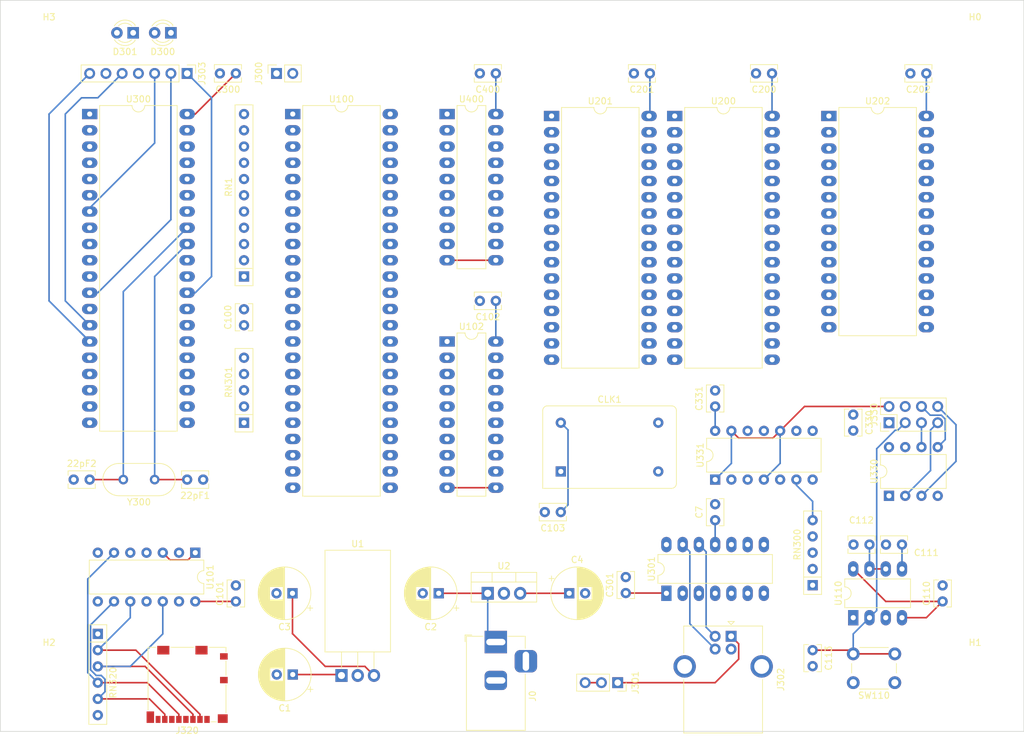
<source format=kicad_pcb>
(kicad_pcb (version 20171130) (host pcbnew "(5.1.10)-1")
  (layers (0 F.Cu signal) (31 B.Cu signal) (34 B.Paste user) (35 F.Paste user) (36 B.SilkS user) (37 F.SilkS user) (38 B.Mask user) (39 F.Mask user) (44 Edge.Cuts user))
  (net 0 "")
  (net 1 "Net-(22pF1-Pad2)")
  (net 2 GND)
  (net 3 "Net-(22pF2-Pad2)")
  (net 4 VCC)
  (net 5 +3V3)
  (net 6 +5V)
  (net 7 "Net-(C7-Pad1)")
  (net 8 "Net-(C111-Pad1)")
  (net 9 555_01)
  (net 10 RESET_IN)
  (net 11 CLK)
  (net 12 "Net-(J300-Pad1)")
  (net 13 "Net-(J300-Pad2)")
  (net 14 "Net-(J301-Pad1)")
  (net 15 "Net-(J301-Pad2)")
  (net 16 "Net-(J302-Pad2)")
  (net 17 "Net-(J302-Pad3)")
  (net 18 SCLK)
  (net 19 MOSI)
  (net 20 MISO)
  (net 21 AUX_CS1)
  (net 22 AUX_CS2)
  (net 23 AUX_CS3)
  (net 24 AUX_CS4)
  (net 25 "Net-(J320-Pad1)")
  (net 26 "Net-(J320-Pad8)")
  (net 27 "Net-(J320-Pad2)")
  (net 28 "Net-(J320-Pad3)")
  (net 29 "Net-(J320-Pad5)")
  (net 30 "Net-(J320-Pad7)")
  (net 31 PROG_EN)
  (net 32 PROG_SCLK)
  (net 33 PROG_MOSI)
  (net 34 PROG_MISO)
  (net 35 PROG_WP)
  (net 36 BERR)
  (net 37 BR)
  (net 38 DART_IRQ)
  (net 39 IP1)
  (net 40 HALT)
  (net 41 RESET)
  (net 42 VPA)
  (net 43 "Net-(RN1-Pad11)")
  (net 44 SER_PU2)
  (net 45 USB_RST)
  (net 46 SER_PD2)
  (net 47 "Net-(RN320-Pad6)")
  (net 48 /100_CPU/A3)
  (net 49 /100_CPU/A4)
  (net 50 /100_CPU/A5)
  (net 51 /100_CPU/A6)
  (net 52 /100_CPU/A7)
  (net 53 /100_CPU/A8)
  (net 54 "Net-(U100-Pad38)")
  (net 55 /100_CPU/A9)
  (net 56 /100_CPU/A10)
  (net 57 /100_CPU/A11)
  (net 58 /100_CPU/A12)
  (net 59 /100_CPU/A13)
  (net 60 FC2)
  (net 61 /100_CPU/A14)
  (net 62 FC1)
  (net 63 FC0)
  (net 64 /100_CPU/A15)
  (net 65 /100_CPU/A0)
  (net 66 /100_CPU/A1)
  (net 67 /100_CPU/A16)
  (net 68 /100_CPU/A2)
  (net 69 /100_CPU/A17)
  (net 70 /100_CPU/A18)
  (net 71 /100_CPU/A19)
  (net 72 /100_CPU/D7)
  (net 73 /100_CPU/D6)
  (net 74 /100_CPU/D5)
  (net 75 /100_CPU/D4)
  (net 76 /100_CPU/D3)
  (net 77 /100_CPU/D2)
  (net 78 /100_CPU/D1)
  (net 79 /100_CPU/D0)
  (net 80 AS)
  (net 81 DS)
  (net 82 RW)
  (net 83 DTACK)
  (net 84 "Net-(U100-Pad32)")
  (net 85 SD_CS)
  (net 86 "Net-(U101-Pad1)")
  (net 87 "Net-(U102-Pad12)")
  (net 88 "Net-(U102-Pad13)")
  (net 89 /100_CPU/110_RESET/Reset)
  (net 90 "Net-(U102-Pad14)")
  (net 91 "Net-(U102-Pad15)")
  (net 92 INTACK)
  (net 93 WRITE)
  (net 94 "Net-(U102-Pad9)")
  (net 95 READ)
  (net 96 HRAM_SEL)
  (net 97 LRAM_SEL)
  (net 98 ROM_SEL)
  (net 99 "Net-(U300-Pad2)")
  (net 100 "Net-(U300-Pad4)")
  (net 101 ROM_CS)
  (net 102 DART_DTACK)
  (net 103 DART_TX)
  (net 104 DART_RX)
  (net 105 IO1_SEL)
  (net 106 "Net-(U300-Pad36)")
  (net 107 "Net-(U300-Pad38)")
  (net 108 "Net-(U300-Pad39)")
  (net 109 "Net-(U301-Pad8)")
  (net 110 "Net-(U301-Pad2)")
  (net 111 "Net-(U301-Pad9)")
  (net 112 "Net-(U301-Pad3)")
  (net 113 "Net-(U301-Pad10)")
  (net 114 "Net-(U301-Pad7)")
  (net 115 "Net-(U400-Pad14)")
  (net 116 "Net-(U400-Pad13)")
  (net 117 "Net-(U400-Pad12)")
  (net 118 "Net-(CLK1-Pad1)")
  (net 119 "Net-(D300-Pad1)")
  (net 120 "Net-(D301-Pad1)")
  (module Capacitor_THT:C_Rect_L4.0mm_W2.5mm_P2.50mm (layer F.Cu) (at 233.64 21.59 180)
    (fp_text reference C201 (at 1.25 -2.5) (layer F.SilkS))
    (fp_text value 22pF)
    (pad 2 thru_hole circle (at 2.5 0 180) (size 1.6 1.6) (drill 0.8) (layers *.Cu *.Mask) (net 2 GND))
    (pad 1 thru_hole circle (at 0 0 180) (size 1.6 1.6) (drill 0.8) (layers *.Cu *.Mask) (net 6 +5V))
  )
  (module Package_DIP:DIP-32_W15.24mm_LongPads (layer F.Cu) (at 218.265001 28.245001)
    (fp_text reference U201 (at 7.62 -2.33) (layer F.SilkS))
    (fp_text value AS6C4008-55PCN)
    (pad 1 thru_hole rect (at 0 0) (size 2.4 1.6) (drill 0.8) (layers *.Cu *.Mask) (net 70 /100_CPU/A18))
    (pad 17 thru_hole oval (at 15.24 38.1) (size 2.4 1.6) (drill 0.8) (layers *.Cu *.Mask) (net 76 /100_CPU/D3))
    (pad 2 thru_hole oval (at 0 2.54) (size 2.4 1.6) (drill 0.8) (layers *.Cu *.Mask) (net 67 /100_CPU/A16))
    (pad 18 thru_hole oval (at 15.24 35.56) (size 2.4 1.6) (drill 0.8) (layers *.Cu *.Mask) (net 75 /100_CPU/D4))
    (pad 3 thru_hole oval (at 0 5.08) (size 2.4 1.6) (drill 0.8) (layers *.Cu *.Mask) (net 61 /100_CPU/A14))
    (pad 19 thru_hole oval (at 15.24 33.02) (size 2.4 1.6) (drill 0.8) (layers *.Cu *.Mask) (net 74 /100_CPU/D5))
    (pad 4 thru_hole oval (at 0 7.62) (size 2.4 1.6) (drill 0.8) (layers *.Cu *.Mask) (net 58 /100_CPU/A12))
    (pad 20 thru_hole oval (at 15.24 30.48) (size 2.4 1.6) (drill 0.8) (layers *.Cu *.Mask) (net 73 /100_CPU/D6))
    (pad 5 thru_hole oval (at 0 10.16) (size 2.4 1.6) (drill 0.8) (layers *.Cu *.Mask) (net 52 /100_CPU/A7))
    (pad 21 thru_hole oval (at 15.24 27.94) (size 2.4 1.6) (drill 0.8) (layers *.Cu *.Mask) (net 72 /100_CPU/D7))
    (pad 6 thru_hole oval (at 0 12.7) (size 2.4 1.6) (drill 0.8) (layers *.Cu *.Mask) (net 51 /100_CPU/A6))
    (pad 22 thru_hole oval (at 15.24 25.4) (size 2.4 1.6) (drill 0.8) (layers *.Cu *.Mask) (net 97 LRAM_SEL))
    (pad 7 thru_hole oval (at 0 15.24) (size 2.4 1.6) (drill 0.8) (layers *.Cu *.Mask) (net 50 /100_CPU/A5))
    (pad 23 thru_hole oval (at 15.24 22.86) (size 2.4 1.6) (drill 0.8) (layers *.Cu *.Mask) (net 56 /100_CPU/A10))
    (pad 8 thru_hole oval (at 0 17.78) (size 2.4 1.6) (drill 0.8) (layers *.Cu *.Mask) (net 49 /100_CPU/A4))
    (pad 24 thru_hole oval (at 15.24 20.32) (size 2.4 1.6) (drill 0.8) (layers *.Cu *.Mask) (net 95 READ))
    (pad 9 thru_hole oval (at 0 20.32) (size 2.4 1.6) (drill 0.8) (layers *.Cu *.Mask) (net 48 /100_CPU/A3))
    (pad 25 thru_hole oval (at 15.24 17.78) (size 2.4 1.6) (drill 0.8) (layers *.Cu *.Mask) (net 57 /100_CPU/A11))
    (pad 10 thru_hole oval (at 0 22.86) (size 2.4 1.6) (drill 0.8) (layers *.Cu *.Mask) (net 68 /100_CPU/A2))
    (pad 26 thru_hole oval (at 15.24 15.24) (size 2.4 1.6) (drill 0.8) (layers *.Cu *.Mask) (net 55 /100_CPU/A9))
    (pad 11 thru_hole oval (at 0 25.4) (size 2.4 1.6) (drill 0.8) (layers *.Cu *.Mask) (net 66 /100_CPU/A1))
    (pad 27 thru_hole oval (at 15.24 12.7) (size 2.4 1.6) (drill 0.8) (layers *.Cu *.Mask) (net 53 /100_CPU/A8))
    (pad 12 thru_hole oval (at 0 27.94) (size 2.4 1.6) (drill 0.8) (layers *.Cu *.Mask) (net 65 /100_CPU/A0))
    (pad 28 thru_hole oval (at 15.24 10.16) (size 2.4 1.6) (drill 0.8) (layers *.Cu *.Mask) (net 59 /100_CPU/A13))
    (pad 13 thru_hole oval (at 0 30.48) (size 2.4 1.6) (drill 0.8) (layers *.Cu *.Mask) (net 79 /100_CPU/D0))
    (pad 29 thru_hole oval (at 15.24 7.62) (size 2.4 1.6) (drill 0.8) (layers *.Cu *.Mask) (net 93 WRITE))
    (pad 14 thru_hole oval (at 0 33.02) (size 2.4 1.6) (drill 0.8) (layers *.Cu *.Mask) (net 78 /100_CPU/D1))
    (pad 30 thru_hole oval (at 15.24 5.08) (size 2.4 1.6) (drill 0.8) (layers *.Cu *.Mask) (net 69 /100_CPU/A17))
    (pad 15 thru_hole oval (at 0 35.56) (size 2.4 1.6) (drill 0.8) (layers *.Cu *.Mask) (net 77 /100_CPU/D2))
    (pad 31 thru_hole oval (at 15.24 2.54) (size 2.4 1.6) (drill 0.8) (layers *.Cu *.Mask) (net 64 /100_CPU/A15))
    (pad 16 thru_hole oval (at 0 38.1) (size 2.4 1.6) (drill 0.8) (layers *.Cu *.Mask) (net 2 GND))
    (pad 32 thru_hole oval (at 15.24 0) (size 2.4 1.6) (drill 0.8) (layers *.Cu *.Mask) (net 6 +5V))
  )
  (module LED_THT:LED_D3.0mm (layer F.Cu) (at 152.85 15.24 180)
    (fp_text reference D301 (at 1.27 -2.96) (layer F.SilkS))
    (fp_text value LED)
    (pad 2 thru_hole circle (at 2.54 0 180) (size 1.8 1.8) (drill 0.9) (layers *.Cu *.Mask) (net 24 AUX_CS4))
    (pad 1 thru_hole rect (at 0 0 180) (size 1.8 1.8) (drill 0.9) (layers *.Cu *.Mask) (net 120 "Net-(D301-Pad1)"))
  )
  (module LED_THT:LED_D3.0mm (layer F.Cu) (at 158.75 15.24 180)
    (fp_text reference D300 (at 1.27 -2.96) (layer F.SilkS))
    (fp_text value LED)
    (pad 2 thru_hole circle (at 2.54 0 180) (size 1.8 1.8) (drill 0.9) (layers *.Cu *.Mask) (net 23 AUX_CS3))
    (pad 1 thru_hole rect (at 0 0 180) (size 1.8 1.8) (drill 0.9) (layers *.Cu *.Mask) (net 119 "Net-(D300-Pad1)"))
  )
  (module MountingHole:MountingHole_4mm (layer F.Cu) (at 139.7 17.78)
    (fp_text reference H3 (at 0 -5) (layer F.SilkS))
    (fp_text value MountingHole)
    (pad 1 np_thru_hole circle (at 0 0) (size 4 4) (drill 4) (layers *.Cu *.Mask))
  )
  (module MountingHole:MountingHole_4mm (layer F.Cu) (at 139.7 115.57)
    (fp_text reference H2 (at 0 -5) (layer F.SilkS))
    (fp_text value MountingHole)
    (pad 1 np_thru_hole circle (at 0 0) (size 4 4) (drill 4) (layers *.Cu *.Mask))
  )
  (module MountingHole:MountingHole_4mm (layer F.Cu) (at 284.48 115.57)
    (fp_text reference H1 (at 0 -5) (layer F.SilkS))
    (fp_text value MountingHole)
    (pad 1 np_thru_hole circle (at 0 0) (size 4 4) (drill 4) (layers *.Cu *.Mask))
  )
  (module MountingHole:MountingHole_4mm (layer F.Cu) (at 284.48 17.78)
    (fp_text reference H0 (at 0 -5) (layer F.SilkS))
    (fp_text value MountingHole)
    (pad 1 np_thru_hole circle (at 0 0) (size 4 4) (drill 4) (layers *.Cu *.Mask))
  )
  (module Package_DIP:DIP-48_W15.24mm_LongPads (layer F.Cu) (at 177.8 27.94)
    (fp_text reference U100 (at 7.62 -2.33) (layer F.SilkS))
    (fp_text value 68008D)
    (pad 48 thru_hole oval (at 15.24 0) (size 2.4 1.6) (drill 0.8) (layers *.Cu *.Mask) (net 68 /100_CPU/A2))
    (pad 24 thru_hole oval (at 0 58.42) (size 2.4 1.6) (drill 0.8) (layers *.Cu *.Mask) (net 76 /100_CPU/D3))
    (pad 47 thru_hole oval (at 15.24 2.54) (size 2.4 1.6) (drill 0.8) (layers *.Cu *.Mask) (net 66 /100_CPU/A1))
    (pad 23 thru_hole oval (at 0 55.88) (size 2.4 1.6) (drill 0.8) (layers *.Cu *.Mask) (net 75 /100_CPU/D4))
    (pad 46 thru_hole oval (at 15.24 5.08) (size 2.4 1.6) (drill 0.8) (layers *.Cu *.Mask) (net 65 /100_CPU/A0))
    (pad 22 thru_hole oval (at 0 53.34) (size 2.4 1.6) (drill 0.8) (layers *.Cu *.Mask) (net 74 /100_CPU/D5))
    (pad 45 thru_hole oval (at 15.24 7.62) (size 2.4 1.6) (drill 0.8) (layers *.Cu *.Mask) (net 63 FC0))
    (pad 21 thru_hole oval (at 0 50.8) (size 2.4 1.6) (drill 0.8) (layers *.Cu *.Mask) (net 73 /100_CPU/D6))
    (pad 44 thru_hole oval (at 15.24 10.16) (size 2.4 1.6) (drill 0.8) (layers *.Cu *.Mask) (net 62 FC1))
    (pad 20 thru_hole oval (at 0 48.26) (size 2.4 1.6) (drill 0.8) (layers *.Cu *.Mask) (net 72 /100_CPU/D7))
    (pad 43 thru_hole oval (at 15.24 12.7) (size 2.4 1.6) (drill 0.8) (layers *.Cu *.Mask) (net 60 FC2))
    (pad 19 thru_hole oval (at 0 45.72) (size 2.4 1.6) (drill 0.8) (layers *.Cu *.Mask) (net 71 /100_CPU/A19))
    (pad 42 thru_hole oval (at 15.24 15.24) (size 2.4 1.6) (drill 0.8) (layers *.Cu *.Mask) (net 38 DART_IRQ))
    (pad 18 thru_hole oval (at 0 43.18) (size 2.4 1.6) (drill 0.8) (layers *.Cu *.Mask) (net 70 /100_CPU/A18))
    (pad 41 thru_hole oval (at 15.24 17.78) (size 2.4 1.6) (drill 0.8) (layers *.Cu *.Mask) (net 39 IP1))
    (pad 17 thru_hole oval (at 0 40.64) (size 2.4 1.6) (drill 0.8) (layers *.Cu *.Mask) (net 69 /100_CPU/A17))
    (pad 40 thru_hole oval (at 15.24 20.32) (size 2.4 1.6) (drill 0.8) (layers *.Cu *.Mask) (net 36 BERR))
    (pad 16 thru_hole oval (at 0 38.1) (size 2.4 1.6) (drill 0.8) (layers *.Cu *.Mask) (net 67 /100_CPU/A16))
    (pad 39 thru_hole oval (at 15.24 22.86) (size 2.4 1.6) (drill 0.8) (layers *.Cu *.Mask) (net 42 VPA))
    (pad 15 thru_hole oval (at 0 35.56) (size 2.4 1.6) (drill 0.8) (layers *.Cu *.Mask) (net 2 GND))
    (pad 38 thru_hole oval (at 15.24 25.4) (size 2.4 1.6) (drill 0.8) (layers *.Cu *.Mask) (net 54 "Net-(U100-Pad38)"))
    (pad 14 thru_hole oval (at 0 33.02) (size 2.4 1.6) (drill 0.8) (layers *.Cu *.Mask) (net 64 /100_CPU/A15))
    (pad 37 thru_hole oval (at 15.24 27.94) (size 2.4 1.6) (drill 0.8) (layers *.Cu *.Mask) (net 41 RESET))
    (pad 13 thru_hole oval (at 0 30.48) (size 2.4 1.6) (drill 0.8) (layers *.Cu *.Mask) (net 6 +5V))
    (pad 36 thru_hole oval (at 15.24 30.48) (size 2.4 1.6) (drill 0.8) (layers *.Cu *.Mask) (net 40 HALT))
    (pad 12 thru_hole oval (at 0 27.94) (size 2.4 1.6) (drill 0.8) (layers *.Cu *.Mask) (net 61 /100_CPU/A14))
    (pad 35 thru_hole oval (at 15.24 33.02) (size 2.4 1.6) (drill 0.8) (layers *.Cu *.Mask) (net 2 GND))
    (pad 11 thru_hole oval (at 0 25.4) (size 2.4 1.6) (drill 0.8) (layers *.Cu *.Mask) (net 59 /100_CPU/A13))
    (pad 34 thru_hole oval (at 15.24 35.56) (size 2.4 1.6) (drill 0.8) (layers *.Cu *.Mask) (net 11 CLK))
    (pad 10 thru_hole oval (at 0 22.86) (size 2.4 1.6) (drill 0.8) (layers *.Cu *.Mask) (net 58 /100_CPU/A12))
    (pad 33 thru_hole oval (at 15.24 38.1) (size 2.4 1.6) (drill 0.8) (layers *.Cu *.Mask) (net 37 BR))
    (pad 9 thru_hole oval (at 0 20.32) (size 2.4 1.6) (drill 0.8) (layers *.Cu *.Mask) (net 57 /100_CPU/A11))
    (pad 32 thru_hole oval (at 15.24 40.64) (size 2.4 1.6) (drill 0.8) (layers *.Cu *.Mask) (net 84 "Net-(U100-Pad32)"))
    (pad 8 thru_hole oval (at 0 17.78) (size 2.4 1.6) (drill 0.8) (layers *.Cu *.Mask) (net 56 /100_CPU/A10))
    (pad 31 thru_hole oval (at 15.24 43.18) (size 2.4 1.6) (drill 0.8) (layers *.Cu *.Mask) (net 83 DTACK))
    (pad 7 thru_hole oval (at 0 15.24) (size 2.4 1.6) (drill 0.8) (layers *.Cu *.Mask) (net 55 /100_CPU/A9))
    (pad 30 thru_hole oval (at 15.24 45.72) (size 2.4 1.6) (drill 0.8) (layers *.Cu *.Mask) (net 82 RW))
    (pad 6 thru_hole oval (at 0 12.7) (size 2.4 1.6) (drill 0.8) (layers *.Cu *.Mask) (net 53 /100_CPU/A8))
    (pad 29 thru_hole oval (at 15.24 48.26) (size 2.4 1.6) (drill 0.8) (layers *.Cu *.Mask) (net 81 DS))
    (pad 5 thru_hole oval (at 0 10.16) (size 2.4 1.6) (drill 0.8) (layers *.Cu *.Mask) (net 52 /100_CPU/A7))
    (pad 28 thru_hole oval (at 15.24 50.8) (size 2.4 1.6) (drill 0.8) (layers *.Cu *.Mask) (net 80 AS))
    (pad 4 thru_hole oval (at 0 7.62) (size 2.4 1.6) (drill 0.8) (layers *.Cu *.Mask) (net 51 /100_CPU/A6))
    (pad 27 thru_hole oval (at 15.24 53.34) (size 2.4 1.6) (drill 0.8) (layers *.Cu *.Mask) (net 79 /100_CPU/D0))
    (pad 3 thru_hole oval (at 0 5.08) (size 2.4 1.6) (drill 0.8) (layers *.Cu *.Mask) (net 50 /100_CPU/A5))
    (pad 26 thru_hole oval (at 15.24 55.88) (size 2.4 1.6) (drill 0.8) (layers *.Cu *.Mask) (net 78 /100_CPU/D1))
    (pad 2 thru_hole oval (at 0 2.54) (size 2.4 1.6) (drill 0.8) (layers *.Cu *.Mask) (net 49 /100_CPU/A4))
    (pad 25 thru_hole oval (at 15.24 58.42) (size 2.4 1.6) (drill 0.8) (layers *.Cu *.Mask) (net 77 /100_CPU/D2))
    (pad 1 thru_hole rect (at 0 0) (size 2.4 1.6) (drill 0.8) (layers *.Cu *.Mask) (net 48 /100_CPU/A3))
  )
  (module Capacitor_THT:C_Rect_L4.0mm_W2.5mm_P2.50mm (layer F.Cu) (at 163.79 85.09 180)
    (fp_text reference 22pF1 (at 1.25 -2.5) (layer F.SilkS))
    (fp_text value CX1)
    (pad 2 thru_hole circle (at 2.5 0 180) (size 1.6 1.6) (drill 0.8) (layers *.Cu *.Mask) (net 1 "Net-(22pF1-Pad2)"))
    (pad 1 thru_hole circle (at 0 0 180) (size 1.6 1.6) (drill 0.8) (layers *.Cu *.Mask) (net 2 GND))
  )
  (module Capacitor_THT:C_Rect_L4.0mm_W2.5mm_P2.50mm (layer F.Cu) (at 143.55 85.09)
    (fp_text reference 22pF2 (at 1.25 -2.5) (layer F.SilkS))
    (fp_text value CX2)
    (pad 1 thru_hole circle (at 0 0) (size 1.6 1.6) (drill 0.8) (layers *.Cu *.Mask) (net 2 GND))
    (pad 2 thru_hole circle (at 2.5 0) (size 1.6 1.6) (drill 0.8) (layers *.Cu *.Mask) (net 3 "Net-(22pF2-Pad2)"))
  )
  (module Capacitor_THT:CP_Radial_D8.0mm_P2.50mm (layer F.Cu) (at 177.8 115.57 180)
    (fp_text reference C1 (at 1.25 -5.25) (layer F.SilkS))
    (fp_text value .1uF)
    (pad 2 thru_hole circle (at 2.5 0 180) (size 1.6 1.6) (drill 0.8) (layers *.Cu *.Mask) (net 2 GND))
    (pad 1 thru_hole rect (at 0 0 180) (size 1.6 1.6) (drill 0.8) (layers *.Cu *.Mask) (net 4 VCC))
  )
  (module Capacitor_THT:CP_Radial_D8.0mm_P2.50mm (layer F.Cu) (at 200.62 102.87 180)
    (fp_text reference C2 (at 1.25 -5.25) (layer F.SilkS))
    (fp_text value .33uF)
    (pad 1 thru_hole rect (at 0 0 180) (size 1.6 1.6) (drill 0.8) (layers *.Cu *.Mask) (net 4 VCC))
    (pad 2 thru_hole circle (at 2.5 0 180) (size 1.6 1.6) (drill 0.8) (layers *.Cu *.Mask) (net 2 GND))
  )
  (module Capacitor_THT:CP_Radial_D8.0mm_P2.50mm (layer F.Cu) (at 177.76 102.87 180)
    (fp_text reference C3 (at 1.25 -5.25) (layer F.SilkS))
    (fp_text value 2.2uF)
    (pad 2 thru_hole circle (at 2.5 0 180) (size 1.6 1.6) (drill 0.8) (layers *.Cu *.Mask) (net 2 GND))
    (pad 1 thru_hole rect (at 0 0 180) (size 1.6 1.6) (drill 0.8) (layers *.Cu *.Mask) (net 5 +3V3))
  )
  (module Capacitor_THT:CP_Radial_D8.0mm_P2.50mm (layer F.Cu) (at 221.02 102.87)
    (fp_text reference C4 (at 1.25 -5.25) (layer F.SilkS))
    (fp_text value .1uF)
    (pad 1 thru_hole rect (at 0 0) (size 1.6 1.6) (drill 0.8) (layers *.Cu *.Mask) (net 6 +5V))
    (pad 2 thru_hole circle (at 2.5 0) (size 1.6 1.6) (drill 0.8) (layers *.Cu *.Mask) (net 2 GND))
  )
  (module Capacitor_THT:C_Rect_L4.0mm_W2.5mm_P2.50mm (layer F.Cu) (at 243.84 91.44 90)
    (fp_text reference C7 (at 1.25 -2.5 90) (layer F.SilkS))
    (fp_text value 22pF)
    (pad 2 thru_hole circle (at 2.5 0 90) (size 1.6 1.6) (drill 0.8) (layers *.Cu *.Mask) (net 2 GND))
    (pad 1 thru_hole circle (at 0 0 90) (size 1.6 1.6) (drill 0.8) (layers *.Cu *.Mask) (net 7 "Net-(C7-Pad1)"))
  )
  (module Capacitor_THT:C_Rect_L4.0mm_W2.5mm_P2.50mm (layer F.Cu) (at 170.18 60.96 90)
    (fp_text reference C100 (at 1.25 -2.5 90) (layer F.SilkS))
    (fp_text value 22pF)
    (pad 2 thru_hole circle (at 2.5 0 90) (size 1.6 1.6) (drill 0.8) (layers *.Cu *.Mask) (net 2 GND))
    (pad 1 thru_hole circle (at 0 0 90) (size 1.6 1.6) (drill 0.8) (layers *.Cu *.Mask) (net 6 +5V))
  )
  (module Capacitor_THT:C_Rect_L4.0mm_W2.5mm_P2.50mm (layer F.Cu) (at 168.91 104.14 90)
    (fp_text reference C101 (at 1.25 -2.5 90) (layer F.SilkS))
    (fp_text value 22pF)
    (pad 1 thru_hole circle (at 0 0 90) (size 1.6 1.6) (drill 0.8) (layers *.Cu *.Mask) (net 6 +5V))
    (pad 2 thru_hole circle (at 2.5 0 90) (size 1.6 1.6) (drill 0.8) (layers *.Cu *.Mask) (net 2 GND))
  )
  (module Capacitor_THT:C_Rect_L4.0mm_W2.5mm_P2.50mm (layer F.Cu) (at 209.55 57.15 180)
    (fp_text reference C102 (at 1.25 -2.5) (layer F.SilkS))
    (fp_text value 22pF)
    (pad 2 thru_hole circle (at 2.5 0 180) (size 1.6 1.6) (drill 0.8) (layers *.Cu *.Mask) (net 2 GND))
    (pad 1 thru_hole circle (at 0 0 180) (size 1.6 1.6) (drill 0.8) (layers *.Cu *.Mask) (net 6 +5V))
  )
  (module Capacitor_THT:C_Rect_L4.0mm_W2.5mm_P2.50mm (layer F.Cu) (at 219.71 90.17 180)
    (fp_text reference C103 (at 1.25 -2.5) (layer F.SilkS))
    (fp_text value 22pF)
    (pad 1 thru_hole circle (at 0 0 180) (size 1.6 1.6) (drill 0.8) (layers *.Cu *.Mask) (net 6 +5V))
    (pad 2 thru_hole circle (at 2.5 0 180) (size 1.6 1.6) (drill 0.8) (layers *.Cu *.Mask) (net 2 GND))
  )
  (module Capacitor_THT:C_Rect_L4.0mm_W2.5mm_P2.50mm (layer F.Cu) (at 279.4 104.14 90)
    (fp_text reference C110 (at 1.25 -2.5 90) (layer F.SilkS))
    (fp_text value 22pF)
    (pad 1 thru_hole circle (at 0 0 90) (size 1.6 1.6) (drill 0.8) (layers *.Cu *.Mask) (net 6 +5V))
    (pad 2 thru_hole circle (at 2.5 0 90) (size 1.6 1.6) (drill 0.8) (layers *.Cu *.Mask) (net 2 GND))
  )
  (module Capacitor_THT:C_Rect_L4.0mm_W2.5mm_P2.50mm (layer F.Cu) (at 273.05 95.25 180)
    (fp_text reference C111 (at -3.81 -1.27) (layer F.SilkS))
    (fp_text value 10nF)
    (pad 2 thru_hole circle (at 2.5 0 180) (size 1.6 1.6) (drill 0.8) (layers *.Cu *.Mask) (net 2 GND))
    (pad 1 thru_hole circle (at 0 0 180) (size 1.6 1.6) (drill 0.8) (layers *.Cu *.Mask) (net 8 "Net-(C111-Pad1)"))
  )
  (module Capacitor_THT:C_Rect_L4.0mm_W2.5mm_P2.50mm (layer F.Cu) (at 267.97 95.25 180)
    (fp_text reference C112 (at 1.27 3.81) (layer F.SilkS))
    (fp_text value 10uF)
    (pad 1 thru_hole circle (at 0 0 180) (size 1.6 1.6) (drill 0.8) (layers *.Cu *.Mask) (net 9 555_01))
    (pad 2 thru_hole circle (at 2.5 0 180) (size 1.6 1.6) (drill 0.8) (layers *.Cu *.Mask) (net 2 GND))
  )
  (module Capacitor_THT:C_Rect_L4.0mm_W2.5mm_P2.50mm (layer F.Cu) (at 259.08 111.76 270)
    (fp_text reference C113 (at 1.25 -2.5 90) (layer F.SilkS))
    (fp_text value 100nF)
    (pad 2 thru_hole circle (at 2.5 0 270) (size 1.6 1.6) (drill 0.8) (layers *.Cu *.Mask) (net 2 GND))
    (pad 1 thru_hole circle (at 0 0 270) (size 1.6 1.6) (drill 0.8) (layers *.Cu *.Mask) (net 10 RESET_IN))
  )
  (module Capacitor_THT:C_Rect_L4.0mm_W2.5mm_P2.50mm (layer F.Cu) (at 252.73 21.59 180)
    (fp_text reference C200 (at 1.25 -2.5) (layer F.SilkS))
    (fp_text value 22pF)
    (pad 1 thru_hole circle (at 0 0 180) (size 1.6 1.6) (drill 0.8) (layers *.Cu *.Mask) (net 6 +5V))
    (pad 2 thru_hole circle (at 2.5 0 180) (size 1.6 1.6) (drill 0.8) (layers *.Cu *.Mask) (net 2 GND))
  )
  (module Capacitor_THT:C_Rect_L4.0mm_W2.5mm_P2.50mm (layer F.Cu) (at 276.86 21.59 180)
    (fp_text reference C202 (at 1.25 -2.5) (layer F.SilkS))
    (fp_text value 22pF)
    (pad 1 thru_hole circle (at 0 0 180) (size 1.6 1.6) (drill 0.8) (layers *.Cu *.Mask) (net 6 +5V))
    (pad 2 thru_hole circle (at 2.5 0 180) (size 1.6 1.6) (drill 0.8) (layers *.Cu *.Mask) (net 2 GND))
  )
  (module Capacitor_THT:C_Rect_L4.0mm_W2.5mm_P2.50mm (layer F.Cu) (at 168.91 21.59 180)
    (fp_text reference C300 (at 1.25 -2.5) (layer F.SilkS))
    (fp_text value 22pF)
    (pad 1 thru_hole circle (at 0 0 180) (size 1.6 1.6) (drill 0.8) (layers *.Cu *.Mask) (net 6 +5V))
    (pad 2 thru_hole circle (at 2.5 0 180) (size 1.6 1.6) (drill 0.8) (layers *.Cu *.Mask) (net 2 GND))
  )
  (module Capacitor_THT:C_Rect_L4.0mm_W2.5mm_P2.50mm (layer F.Cu) (at 229.87 102.83 90)
    (fp_text reference C301 (at 1.25 -2.5 90) (layer F.SilkS))
    (fp_text value 22pF hide)
    (pad 2 thru_hole circle (at 2.5 0 90) (size 1.6 1.6) (drill 0.8) (layers *.Cu *.Mask) (net 2 GND))
    (pad 1 thru_hole circle (at 0 0 90) (size 1.6 1.6) (drill 0.8) (layers *.Cu *.Mask) (net 6 +5V))
  )
  (module Capacitor_THT:C_Rect_L4.0mm_W2.5mm_P2.50mm (layer F.Cu) (at 265.43 74.93 270)
    (fp_text reference C330 (at 1.25 -2.5 90) (layer F.SilkS))
    (fp_text value 22pF)
    (pad 1 thru_hole circle (at 0 0 270) (size 1.6 1.6) (drill 0.8) (layers *.Cu *.Mask) (net 6 +5V))
    (pad 2 thru_hole circle (at 2.5 0 270) (size 1.6 1.6) (drill 0.8) (layers *.Cu *.Mask) (net 2 GND))
  )
  (module Capacitor_THT:C_Rect_L4.0mm_W2.5mm_P2.50mm (layer F.Cu) (at 243.84 73.66 90)
    (fp_text reference C331 (at 1.25 -2.5 90) (layer F.SilkS))
    (fp_text value 22pF)
    (pad 2 thru_hole circle (at 2.5 0 90) (size 1.6 1.6) (drill 0.8) (layers *.Cu *.Mask) (net 2 GND))
    (pad 1 thru_hole circle (at 0 0 90) (size 1.6 1.6) (drill 0.8) (layers *.Cu *.Mask) (net 6 +5V))
  )
  (module Capacitor_THT:C_Rect_L4.0mm_W2.5mm_P2.50mm (layer F.Cu) (at 209.55 21.59 180)
    (fp_text reference C400 (at 1.25 -2.5) (layer F.SilkS))
    (fp_text value 22pF)
    (pad 1 thru_hole circle (at 0 0 180) (size 1.6 1.6) (drill 0.8) (layers *.Cu *.Mask) (net 6 +5V))
    (pad 2 thru_hole circle (at 2.5 0 180) (size 1.6 1.6) (drill 0.8) (layers *.Cu *.Mask) (net 2 GND))
  )
  (module Oscillator:Oscillator_DIP-14 (layer F.Cu) (at 219.71 83.82)
    (fp_text reference CLK1 (at 7.62 -11.26) (layer F.SilkS))
    (fp_text value "10.000 MHz")
    (pad 1 thru_hole rect (at 0 0) (size 1.6 1.6) (drill 0.8) (layers *.Cu *.Mask) (net 118 "Net-(CLK1-Pad1)"))
    (pad 14 thru_hole circle (at 0 -7.62) (size 1.6 1.6) (drill 0.8) (layers *.Cu *.Mask) (net 6 +5V))
    (pad 8 thru_hole circle (at 15.24 -7.62) (size 1.6 1.6) (drill 0.8) (layers *.Cu *.Mask) (net 11 CLK))
    (pad 7 thru_hole circle (at 15.24 0) (size 1.6 1.6) (drill 0.8) (layers *.Cu *.Mask) (net 2 GND))
  )
  (module Connector_BarrelJack:BarrelJack_Horizontal (layer F.Cu) (at 209.55 110.49 90)
    (fp_text reference J0 (at -8.45 5.75 90) (layer F.SilkS))
    (fp_text value Barrel_Jack)
    (pad 1 thru_hole rect (at 0 0 90) (size 3.5 3.5) (drill oval 1 3) (layers *.Cu *.Mask) (net 4 VCC))
    (pad 2 thru_hole roundrect (at -6 0 90) (size 3 3.5) (drill oval 1 3) (layers *.Cu *.Mask) (net 2 GND))
    (pad 3 thru_hole roundrect (at -3 4.7 90) (size 3.5 3.5) (drill oval 3 1) (layers *.Cu *.Mask))
  )
  (module Connector_PinSocket_2.54mm:PinSocket_1x02_P2.54mm_Vertical (layer F.Cu) (at 175.26 21.59 90)
    (fp_text reference J300 (at 0 -2.77 90) (layer F.SilkS))
    (fp_text value Conn_01x02_Male)
    (pad 1 thru_hole rect (at 0 0 90) (size 1.7 1.7) (drill 1) (layers *.Cu *.Mask) (net 12 "Net-(J300-Pad1)"))
    (pad 2 thru_hole oval (at 0 2.54 90) (size 1.7 1.7) (drill 1) (layers *.Cu *.Mask) (net 13 "Net-(J300-Pad2)"))
  )
  (module Connector_PinSocket_2.54mm:PinSocket_1x03_P2.54mm_Vertical (layer F.Cu) (at 228.6 116.84 270)
    (fp_text reference J301 (at 0 -2.77 90) (layer F.SilkS))
    (fp_text value Conn_01x03_Male)
    (pad 1 thru_hole rect (at 0 0 270) (size 1.7 1.7) (drill 1) (layers *.Cu *.Mask) (net 14 "Net-(J301-Pad1)"))
    (pad 2 thru_hole oval (at 0 2.54 270) (size 1.7 1.7) (drill 1) (layers *.Cu *.Mask) (net 15 "Net-(J301-Pad2)"))
    (pad 3 thru_hole oval (at 0 5.08 270) (size 1.7 1.7) (drill 1) (layers *.Cu *.Mask) (net 15 "Net-(J301-Pad2)"))
  )
  (module Connector_USB:USB_B_OST_USB-B1HSxx_Horizontal (layer F.Cu) (at 246.34 109.59 270)
    (fp_text reference J302 (at 6.76 -7.77 90) (layer F.SilkS))
    (fp_text value USB_B)
    (pad 1 thru_hole rect (at 0 0 270) (size 1.7 1.7) (drill 0.92) (layers *.Cu *.Mask) (net 14 "Net-(J301-Pad1)"))
    (pad 2 thru_hole circle (at 0 2.5 270) (size 1.7 1.7) (drill 0.92) (layers *.Cu *.Mask) (net 16 "Net-(J302-Pad2)"))
    (pad 3 thru_hole circle (at 2 2.5 270) (size 1.7 1.7) (drill 0.92) (layers *.Cu *.Mask) (net 17 "Net-(J302-Pad3)"))
    (pad 4 thru_hole circle (at 2 0 270) (size 1.7 1.7) (drill 0.92) (layers *.Cu *.Mask) (net 2 GND))
    (pad 5 thru_hole circle (at 4.71 -4.77 270) (size 3.5 3.5) (drill 2.33) (layers *.Cu *.Mask) (net 2 GND))
    (pad 5 thru_hole circle (at 4.71 7.27 270) (size 3.5 3.5) (drill 2.33) (layers *.Cu *.Mask) (net 2 GND))
  )
  (module Connector_PinHeader_2.54mm:PinHeader_1x07_P2.54mm_Vertical (layer F.Cu) (at 161.29 21.59 270)
    (fp_text reference J303 (at 0 -2.33 90) (layer F.SilkS))
    (fp_text value Conn_01x07)
    (pad 1 thru_hole rect (at 0 0 270) (size 1.7 1.7) (drill 1) (layers *.Cu *.Mask) (net 18 SCLK))
    (pad 2 thru_hole oval (at 0 2.54 270) (size 1.7 1.7) (drill 1) (layers *.Cu *.Mask) (net 19 MOSI))
    (pad 3 thru_hole oval (at 0 5.08 270) (size 1.7 1.7) (drill 1) (layers *.Cu *.Mask) (net 20 MISO))
    (pad 4 thru_hole oval (at 0 7.62 270) (size 1.7 1.7) (drill 1) (layers *.Cu *.Mask) (net 21 AUX_CS1))
    (pad 5 thru_hole oval (at 0 10.16 270) (size 1.7 1.7) (drill 1) (layers *.Cu *.Mask) (net 22 AUX_CS2))
    (pad 6 thru_hole oval (at 0 12.7 270) (size 1.7 1.7) (drill 1) (layers *.Cu *.Mask) (net 23 AUX_CS3))
    (pad 7 thru_hole oval (at 0 15.24 270) (size 1.7 1.7) (drill 1) (layers *.Cu *.Mask) (net 24 AUX_CS4))
  )
  (module Connector_Card:microSD_HC_Molex_104031-0811 (layer F.Cu) (at 161.29 117.135 180)
    (fp_text reference J320 (at 0 -7.18) (layer F.SilkS))
    (fp_text value Micro_SD_Card_Det)
    (pad 1 smd rect (at -3.105 -5.45 180) (size 0.85 1.1) (layers F.Cu F.Paste F.Mask) (net 25 "Net-(J320-Pad1)"))
    (pad 8 smd rect (at 4.545 -5.45 180) (size 0.75 1.1) (layers F.Cu F.Paste F.Mask) (net 26 "Net-(J320-Pad8)"))
    (pad 2 smd rect (at -2.005 -5.45 180) (size 0.85 1.1) (layers F.Cu F.Paste F.Mask) (net 27 "Net-(J320-Pad2)"))
    (pad 3 smd rect (at -0.905 -5.45 180) (size 0.85 1.1) (layers F.Cu F.Paste F.Mask) (net 28 "Net-(J320-Pad3)"))
    (pad 4 smd rect (at 0.195 -5.45 180) (size 0.85 1.1) (layers F.Cu F.Paste F.Mask) (net 5 +3V3))
    (pad 5 smd rect (at 1.295 -5.45 180) (size 0.85 1.1) (layers F.Cu F.Paste F.Mask) (net 29 "Net-(J320-Pad5)"))
    (pad 6 smd rect (at 2.395 -5.45 180) (size 0.85 1.1) (layers F.Cu F.Paste F.Mask) (net 2 GND))
    (pad 7 smd rect (at 3.495 -5.45 180) (size 0.85 1.1) (layers F.Cu F.Paste F.Mask) (net 30 "Net-(J320-Pad7)"))
    (pad 11 smd rect (at 5.755 -5.1 180) (size 1.17 1.8) (layers F.Cu F.Paste F.Mask) (net 2 GND))
    (pad 11 smd rect (at -5.565 -5.325 180) (size 1.55 1.35) (layers F.Cu F.Paste F.Mask) (net 2 GND))
    (pad 10 smd rect (at -5.74 4.4 180) (size 1.2 1) (layers F.Cu F.Paste F.Mask) (net 2 GND))
    (pad 9 smd rect (at -5.74 0.7 180) (size 1.2 1) (layers F.Cu F.Paste F.Mask) (net 2 GND))
    (pad 11 smd rect (at -2.24 5.375 180) (size 1.9 1.35) (layers F.Cu F.Paste F.Mask) (net 2 GND))
    (pad 11 smd rect (at 3.73 5.375 180) (size 1.9 1.35) (layers F.Cu F.Paste F.Mask) (net 2 GND))
  )
  (module Connector_PinHeader_2.54mm:PinHeader_2x04_P2.54mm_Vertical (layer F.Cu) (at 271.018 76.2 90)
    (fp_text reference J330 (at 1.27 -2.33 90) (layer F.SilkS))
    (fp_text value Conn_02x04_Top_Bottom)
    (pad 1 thru_hole rect (at 0 0 90) (size 1.7 1.7) (drill 1) (layers *.Cu *.Mask) (net 2 GND))
    (pad 2 thru_hole oval (at 2.54 0 90) (size 1.7 1.7) (drill 1) (layers *.Cu *.Mask) (net 31 PROG_EN))
    (pad 3 thru_hole oval (at 0 2.54 90) (size 1.7 1.7) (drill 1) (layers *.Cu *.Mask) (net 10 RESET_IN))
    (pad 4 thru_hole oval (at 2.54 2.54 90) (size 1.7 1.7) (drill 1) (layers *.Cu *.Mask) (net 6 +5V))
    (pad 5 thru_hole oval (at 0 5.08 90) (size 1.7 1.7) (drill 1) (layers *.Cu *.Mask) (net 32 PROG_SCLK))
    (pad 6 thru_hole oval (at 2.54 5.08 90) (size 1.7 1.7) (drill 1) (layers *.Cu *.Mask) (net 33 PROG_MOSI))
    (pad 7 thru_hole oval (at 0 7.62 90) (size 1.7 1.7) (drill 1) (layers *.Cu *.Mask) (net 34 PROG_MISO))
    (pad 8 thru_hole oval (at 2.54 7.62 90) (size 1.7 1.7) (drill 1) (layers *.Cu *.Mask) (net 35 PROG_WP))
  )
  (module Resistor_THT:R_Array_SIP11 (layer F.Cu) (at 170.18 53.34 90)
    (fp_text reference RN1 (at 13.97 -2.4 90) (layer F.SilkS))
    (fp_text value R_Network10)
    (pad 1 thru_hole rect (at 0 0 90) (size 1.6 1.6) (drill 0.8) (layers *.Cu *.Mask) (net 6 +5V))
    (pad 2 thru_hole oval (at 2.54 0 90) (size 1.6 1.6) (drill 0.8) (layers *.Cu *.Mask) (net 36 BERR))
    (pad 3 thru_hole oval (at 5.08 0 90) (size 1.6 1.6) (drill 0.8) (layers *.Cu *.Mask) (net 37 BR))
    (pad 4 thru_hole oval (at 7.62 0 90) (size 1.6 1.6) (drill 0.8) (layers *.Cu *.Mask) (net 38 DART_IRQ))
    (pad 5 thru_hole oval (at 10.16 0 90) (size 1.6 1.6) (drill 0.8) (layers *.Cu *.Mask) (net 39 IP1))
    (pad 6 thru_hole oval (at 12.7 0 90) (size 1.6 1.6) (drill 0.8) (layers *.Cu *.Mask) (net 40 HALT))
    (pad 7 thru_hole oval (at 15.24 0 90) (size 1.6 1.6) (drill 0.8) (layers *.Cu *.Mask) (net 41 RESET))
    (pad 8 thru_hole oval (at 17.78 0 90) (size 1.6 1.6) (drill 0.8) (layers *.Cu *.Mask) (net 42 VPA))
    (pad 9 thru_hole oval (at 20.32 0 90) (size 1.6 1.6) (drill 0.8) (layers *.Cu *.Mask) (net 9 555_01))
    (pad 10 thru_hole oval (at 22.86 0 90) (size 1.6 1.6) (drill 0.8) (layers *.Cu *.Mask) (net 10 RESET_IN))
    (pad 11 thru_hole oval (at 25.4 0 90) (size 1.6 1.6) (drill 0.8) (layers *.Cu *.Mask) (net 43 "Net-(RN1-Pad11)"))
  )
  (module Resistor_THT:R_Array_SIP5 (layer F.Cu) (at 259.08 101.6 90)
    (fp_text reference RN300 (at 6.35 -2.4 90) (layer F.SilkS))
    (fp_text value 10K)
    (pad 5 thru_hole oval (at 10.16 0 90) (size 1.6 1.6) (drill 0.8) (layers *.Cu *.Mask) (net 20 MISO))
    (pad 4 thru_hole oval (at 7.62 0 90) (size 1.6 1.6) (drill 0.8) (layers *.Cu *.Mask) (net 44 SER_PU2))
    (pad 3 thru_hole oval (at 5.08 0 90) (size 1.6 1.6) (drill 0.8) (layers *.Cu *.Mask) (net 31 PROG_EN))
    (pad 2 thru_hole oval (at 2.54 0 90) (size 1.6 1.6) (drill 0.8) (layers *.Cu *.Mask) (net 45 USB_RST))
    (pad 1 thru_hole rect (at 0 0 90) (size 1.6 1.6) (drill 0.8) (layers *.Cu *.Mask) (net 6 +5V))
  )
  (module Resistor_THT:R_Array_SIP5 (layer F.Cu) (at 170.18 76.2 90)
    (fp_text reference RN301 (at 6.35 -2.4 90) (layer F.SilkS))
    (fp_text value 2K)
    (pad 1 thru_hole rect (at 0 0 90) (size 1.6 1.6) (drill 0.8) (layers *.Cu *.Mask) (net 2 GND))
    (pad 2 thru_hole oval (at 2.54 0 90) (size 1.6 1.6) (drill 0.8) (layers *.Cu *.Mask) (net 35 PROG_WP))
    (pad 3 thru_hole oval (at 5.08 0 90) (size 1.6 1.6) (drill 0.8) (layers *.Cu *.Mask) (net 46 SER_PD2))
    (pad 4 thru_hole oval (at 7.62 0 90) (size 1.6 1.6) (drill 0.8) (layers *.Cu *.Mask) (net 119 "Net-(D300-Pad1)"))
    (pad 5 thru_hole oval (at 10.16 0 90) (size 1.6 1.6) (drill 0.8) (layers *.Cu *.Mask) (net 120 "Net-(D301-Pad1)"))
  )
  (module Resistor_THT:R_Array_SIP6 (layer F.Cu) (at 147.32 109.22 270)
    (fp_text reference RN320 (at 7.62 -2.4 90) (layer F.SilkS))
    (fp_text value R_Network05)
    (pad 1 thru_hole rect (at 0 0 270) (size 1.6 1.6) (drill 0.8) (layers *.Cu *.Mask) (net 5 +3V3))
    (pad 2 thru_hole oval (at 2.54 0 270) (size 1.6 1.6) (drill 0.8) (layers *.Cu *.Mask) (net 27 "Net-(J320-Pad2)"))
    (pad 3 thru_hole oval (at 5.08 0 270) (size 1.6 1.6) (drill 0.8) (layers *.Cu *.Mask) (net 28 "Net-(J320-Pad3)"))
    (pad 4 thru_hole oval (at 7.62 0 270) (size 1.6 1.6) (drill 0.8) (layers *.Cu *.Mask) (net 29 "Net-(J320-Pad5)"))
    (pad 5 thru_hole oval (at 10.16 0 270) (size 1.6 1.6) (drill 0.8) (layers *.Cu *.Mask) (net 30 "Net-(J320-Pad7)"))
    (pad 6 thru_hole oval (at 12.7 0 270) (size 1.6 1.6) (drill 0.8) (layers *.Cu *.Mask) (net 47 "Net-(RN320-Pad6)"))
  )
  (module Button_Switch_THT:SW_PUSH_6mm_H8.5mm (layer F.Cu) (at 271.93 116.84 180)
    (fp_text reference SW110 (at 3.25 -2) (layer F.SilkS))
    (fp_text value SW_Push)
    (pad 2 thru_hole circle (at 0 4.5 270) (size 2 2) (drill 1.1) (layers *.Cu *.Mask) (net 10 RESET_IN))
    (pad 1 thru_hole circle (at 0 0 270) (size 2 2) (drill 1.1) (layers *.Cu *.Mask) (net 2 GND))
    (pad 2 thru_hole circle (at 6.5 4.5 270) (size 2 2) (drill 1.1) (layers *.Cu *.Mask) (net 10 RESET_IN))
    (pad 1 thru_hole circle (at 6.5 0 270) (size 2 2) (drill 1.1) (layers *.Cu *.Mask) (net 2 GND))
  )
  (module Package_TO_SOT_THT:TO-220-3_Horizontal_TabDown (layer F.Cu) (at 185.42 115.72)
    (fp_text reference U1 (at 2.54 -20.58) (layer F.SilkS))
    (fp_text value LF33_TO220)
    (pad "" np_thru_hole oval (at 2.54 -16.66) (size 3.5 3.5) (drill 3.5) (layers *.Cu *.Mask))
    (pad 1 thru_hole rect (at 0 0) (size 1.905 2) (drill 1.1) (layers *.Cu *.Mask) (net 4 VCC))
    (pad 2 thru_hole oval (at 2.54 0) (size 1.905 2) (drill 1.1) (layers *.Cu *.Mask) (net 2 GND))
    (pad 3 thru_hole oval (at 5.08 0) (size 1.905 2) (drill 1.1) (layers *.Cu *.Mask) (net 5 +3V3))
  )
  (module Package_TO_SOT_THT:TO-220-3_Vertical (layer F.Cu) (at 208.28 102.87)
    (fp_text reference U2 (at 2.54 -4.27) (layer F.SilkS))
    (fp_text value L7805)
    (pad 1 thru_hole rect (at 0 0) (size 1.905 2) (drill 1.1) (layers *.Cu *.Mask) (net 4 VCC))
    (pad 2 thru_hole oval (at 2.54 0) (size 1.905 2) (drill 1.1) (layers *.Cu *.Mask) (net 2 GND))
    (pad 3 thru_hole oval (at 5.08 0) (size 1.905 2) (drill 1.1) (layers *.Cu *.Mask) (net 6 +5V))
  )
  (module Package_DIP:DIP-14_W7.62mm (layer F.Cu) (at 162.56 96.52 270)
    (fp_text reference U101 (at 3.81 -2.33 90) (layer F.SilkS))
    (fp_text value 74LS07)
    (pad 14 thru_hole oval (at 7.62 0 270) (size 1.6 1.6) (drill 0.8) (layers *.Cu *.Mask) (net 6 +5V))
    (pad 7 thru_hole oval (at 0 15.24 270) (size 1.6 1.6) (drill 0.8) (layers *.Cu *.Mask) (net 2 GND))
    (pad 13 thru_hole oval (at 7.62 2.54 270) (size 1.6 1.6) (drill 0.8) (layers *.Cu *.Mask) (net 19 MOSI))
    (pad 6 thru_hole oval (at 0 12.7 270) (size 1.6 1.6) (drill 0.8) (layers *.Cu *.Mask) (net 29 "Net-(J320-Pad5)"))
    (pad 12 thru_hole oval (at 7.62 5.08 270) (size 1.6 1.6) (drill 0.8) (layers *.Cu *.Mask) (net 28 "Net-(J320-Pad3)"))
    (pad 5 thru_hole oval (at 0 10.16 270) (size 1.6 1.6) (drill 0.8) (layers *.Cu *.Mask) (net 18 SCLK))
    (pad 11 thru_hole oval (at 7.62 7.62 270) (size 1.6 1.6) (drill 0.8) (layers *.Cu *.Mask) (net 85 SD_CS))
    (pad 4 thru_hole oval (at 0 7.62 270) (size 1.6 1.6) (drill 0.8) (layers *.Cu *.Mask) (net 41 RESET))
    (pad 10 thru_hole oval (at 7.62 10.16 270) (size 1.6 1.6) (drill 0.8) (layers *.Cu *.Mask) (net 27 "Net-(J320-Pad2)"))
    (pad 3 thru_hole oval (at 0 5.08 270) (size 1.6 1.6) (drill 0.8) (layers *.Cu *.Mask) (net 86 "Net-(U101-Pad1)"))
    (pad 9 thru_hole oval (at 7.62 12.7 270) (size 1.6 1.6) (drill 0.8) (layers *.Cu *.Mask) (net 30 "Net-(J320-Pad7)"))
    (pad 2 thru_hole oval (at 0 2.54 270) (size 1.6 1.6) (drill 0.8) (layers *.Cu *.Mask) (net 40 HALT))
    (pad 8 thru_hole oval (at 7.62 15.24 270) (size 1.6 1.6) (drill 0.8) (layers *.Cu *.Mask) (net 20 MISO))
    (pad 1 thru_hole rect (at 0 0 270) (size 1.6 1.6) (drill 0.8) (layers *.Cu *.Mask) (net 86 "Net-(U101-Pad1)"))
  )
  (module Package_DIP:DIP-20_W7.62mm_LongPads (layer F.Cu) (at 201.93 63.5)
    (fp_text reference U102 (at 3.81 -2.33) (layer F.SilkS))
    (fp_text value GAL16V8)
    (pad 1 thru_hole rect (at 0 0) (size 2.4 1.6) (drill 0.8) (layers *.Cu *.Mask) (net 11 CLK))
    (pad 11 thru_hole oval (at 7.62 22.86) (size 2.4 1.6) (drill 0.8) (layers *.Cu *.Mask) (net 2 GND))
    (pad 2 thru_hole oval (at 0 2.54) (size 2.4 1.6) (drill 0.8) (layers *.Cu *.Mask) (net 81 DS))
    (pad 12 thru_hole oval (at 7.62 20.32) (size 2.4 1.6) (drill 0.8) (layers *.Cu *.Mask) (net 87 "Net-(U102-Pad12)"))
    (pad 3 thru_hole oval (at 0 5.08) (size 2.4 1.6) (drill 0.8) (layers *.Cu *.Mask) (net 82 RW))
    (pad 13 thru_hole oval (at 7.62 17.78) (size 2.4 1.6) (drill 0.8) (layers *.Cu *.Mask) (net 88 "Net-(U102-Pad13)"))
    (pad 4 thru_hole oval (at 0 7.62) (size 2.4 1.6) (drill 0.8) (layers *.Cu *.Mask) (net 89 /100_CPU/110_RESET/Reset))
    (pad 14 thru_hole oval (at 7.62 15.24) (size 2.4 1.6) (drill 0.8) (layers *.Cu *.Mask) (net 90 "Net-(U102-Pad14)"))
    (pad 5 thru_hole oval (at 0 10.16) (size 2.4 1.6) (drill 0.8) (layers *.Cu *.Mask) (net 63 FC0))
    (pad 15 thru_hole oval (at 7.62 12.7) (size 2.4 1.6) (drill 0.8) (layers *.Cu *.Mask) (net 91 "Net-(U102-Pad15)"))
    (pad 6 thru_hole oval (at 0 12.7) (size 2.4 1.6) (drill 0.8) (layers *.Cu *.Mask) (net 62 FC1))
    (pad 16 thru_hole oval (at 7.62 10.16) (size 2.4 1.6) (drill 0.8) (layers *.Cu *.Mask) (net 92 INTACK))
    (pad 7 thru_hole oval (at 0 15.24) (size 2.4 1.6) (drill 0.8) (layers *.Cu *.Mask) (net 60 FC2))
    (pad 17 thru_hole oval (at 7.62 7.62) (size 2.4 1.6) (drill 0.8) (layers *.Cu *.Mask) (net 86 "Net-(U101-Pad1)"))
    (pad 8 thru_hole oval (at 0 17.78) (size 2.4 1.6) (drill 0.8) (layers *.Cu *.Mask) (net 80 AS))
    (pad 18 thru_hole oval (at 7.62 5.08) (size 2.4 1.6) (drill 0.8) (layers *.Cu *.Mask) (net 93 WRITE))
    (pad 9 thru_hole oval (at 0 20.32) (size 2.4 1.6) (drill 0.8) (layers *.Cu *.Mask) (net 94 "Net-(U102-Pad9)"))
    (pad 19 thru_hole oval (at 7.62 2.54) (size 2.4 1.6) (drill 0.8) (layers *.Cu *.Mask) (net 95 READ))
    (pad 10 thru_hole oval (at 0 22.86) (size 2.4 1.6) (drill 0.8) (layers *.Cu *.Mask) (net 2 GND))
    (pad 20 thru_hole oval (at 7.62 0) (size 2.4 1.6) (drill 0.8) (layers *.Cu *.Mask) (net 6 +5V))
  )
  (module Package_DIP:DIP-8_W7.62mm_LongPads (layer F.Cu) (at 265.43 106.68 90)
    (fp_text reference U110 (at 3.81 -2.33 90) (layer F.SilkS))
    (fp_text value LM555)
    (pad 1 thru_hole rect (at 0 0 90) (size 2.4 1.6) (drill 0.8) (layers *.Cu *.Mask) (net 2 GND))
    (pad 5 thru_hole oval (at 7.62 7.62 90) (size 2.4 1.6) (drill 0.8) (layers *.Cu *.Mask) (net 8 "Net-(C111-Pad1)"))
    (pad 2 thru_hole oval (at 0 2.54 90) (size 2.4 1.6) (drill 0.8) (layers *.Cu *.Mask) (net 10 RESET_IN))
    (pad 6 thru_hole oval (at 7.62 5.08 90) (size 2.4 1.6) (drill 0.8) (layers *.Cu *.Mask) (net 9 555_01))
    (pad 3 thru_hole oval (at 0 5.08 90) (size 2.4 1.6) (drill 0.8) (layers *.Cu *.Mask) (net 89 /100_CPU/110_RESET/Reset))
    (pad 7 thru_hole oval (at 7.62 2.54 90) (size 2.4 1.6) (drill 0.8) (layers *.Cu *.Mask) (net 9 555_01))
    (pad 4 thru_hole oval (at 0 7.62 90) (size 2.4 1.6) (drill 0.8) (layers *.Cu *.Mask) (net 6 +5V))
    (pad 8 thru_hole oval (at 7.62 0 90) (size 2.4 1.6) (drill 0.8) (layers *.Cu *.Mask) (net 6 +5V))
  )
  (module Package_DIP:DIP-32_W15.24mm_LongPads (layer F.Cu) (at 237.515001 28.245001)
    (fp_text reference U200 (at 7.62 -2.33) (layer F.SilkS))
    (fp_text value AS6C4008-55PCN)
    (pad 32 thru_hole oval (at 15.24 0) (size 2.4 1.6) (drill 0.8) (layers *.Cu *.Mask) (net 6 +5V))
    (pad 16 thru_hole oval (at 0 38.1) (size 2.4 1.6) (drill 0.8) (layers *.Cu *.Mask) (net 2 GND))
    (pad 31 thru_hole oval (at 15.24 2.54) (size 2.4 1.6) (drill 0.8) (layers *.Cu *.Mask) (net 64 /100_CPU/A15))
    (pad 15 thru_hole oval (at 0 35.56) (size 2.4 1.6) (drill 0.8) (layers *.Cu *.Mask) (net 77 /100_CPU/D2))
    (pad 30 thru_hole oval (at 15.24 5.08) (size 2.4 1.6) (drill 0.8) (layers *.Cu *.Mask) (net 69 /100_CPU/A17))
    (pad 14 thru_hole oval (at 0 33.02) (size 2.4 1.6) (drill 0.8) (layers *.Cu *.Mask) (net 78 /100_CPU/D1))
    (pad 29 thru_hole oval (at 15.24 7.62) (size 2.4 1.6) (drill 0.8) (layers *.Cu *.Mask) (net 93 WRITE))
    (pad 13 thru_hole oval (at 0 30.48) (size 2.4 1.6) (drill 0.8) (layers *.Cu *.Mask) (net 79 /100_CPU/D0))
    (pad 28 thru_hole oval (at 15.24 10.16) (size 2.4 1.6) (drill 0.8) (layers *.Cu *.Mask) (net 59 /100_CPU/A13))
    (pad 12 thru_hole oval (at 0 27.94) (size 2.4 1.6) (drill 0.8) (layers *.Cu *.Mask) (net 65 /100_CPU/A0))
    (pad 27 thru_hole oval (at 15.24 12.7) (size 2.4 1.6) (drill 0.8) (layers *.Cu *.Mask) (net 53 /100_CPU/A8))
    (pad 11 thru_hole oval (at 0 25.4) (size 2.4 1.6) (drill 0.8) (layers *.Cu *.Mask) (net 66 /100_CPU/A1))
    (pad 26 thru_hole oval (at 15.24 15.24) (size 2.4 1.6) (drill 0.8) (layers *.Cu *.Mask) (net 55 /100_CPU/A9))
    (pad 10 thru_hole oval (at 0 22.86) (size 2.4 1.6) (drill 0.8) (layers *.Cu *.Mask) (net 68 /100_CPU/A2))
    (pad 25 thru_hole oval (at 15.24 17.78) (size 2.4 1.6) (drill 0.8) (layers *.Cu *.Mask) (net 57 /100_CPU/A11))
    (pad 9 thru_hole oval (at 0 20.32) (size 2.4 1.6) (drill 0.8) (layers *.Cu *.Mask) (net 48 /100_CPU/A3))
    (pad 24 thru_hole oval (at 15.24 20.32) (size 2.4 1.6) (drill 0.8) (layers *.Cu *.Mask) (net 95 READ))
    (pad 8 thru_hole oval (at 0 17.78) (size 2.4 1.6) (drill 0.8) (layers *.Cu *.Mask) (net 49 /100_CPU/A4))
    (pad 23 thru_hole oval (at 15.24 22.86) (size 2.4 1.6) (drill 0.8) (layers *.Cu *.Mask) (net 56 /100_CPU/A10))
    (pad 7 thru_hole oval (at 0 15.24) (size 2.4 1.6) (drill 0.8) (layers *.Cu *.Mask) (net 50 /100_CPU/A5))
    (pad 22 thru_hole oval (at 15.24 25.4) (size 2.4 1.6) (drill 0.8) (layers *.Cu *.Mask) (net 96 HRAM_SEL))
    (pad 6 thru_hole oval (at 0 12.7) (size 2.4 1.6) (drill 0.8) (layers *.Cu *.Mask) (net 51 /100_CPU/A6))
    (pad 21 thru_hole oval (at 15.24 27.94) (size 2.4 1.6) (drill 0.8) (layers *.Cu *.Mask) (net 72 /100_CPU/D7))
    (pad 5 thru_hole oval (at 0 10.16) (size 2.4 1.6) (drill 0.8) (layers *.Cu *.Mask) (net 52 /100_CPU/A7))
    (pad 20 thru_hole oval (at 15.24 30.48) (size 2.4 1.6) (drill 0.8) (layers *.Cu *.Mask) (net 73 /100_CPU/D6))
    (pad 4 thru_hole oval (at 0 7.62) (size 2.4 1.6) (drill 0.8) (layers *.Cu *.Mask) (net 58 /100_CPU/A12))
    (pad 19 thru_hole oval (at 15.24 33.02) (size 2.4 1.6) (drill 0.8) (layers *.Cu *.Mask) (net 74 /100_CPU/D5))
    (pad 3 thru_hole oval (at 0 5.08) (size 2.4 1.6) (drill 0.8) (layers *.Cu *.Mask) (net 61 /100_CPU/A14))
    (pad 18 thru_hole oval (at 15.24 35.56) (size 2.4 1.6) (drill 0.8) (layers *.Cu *.Mask) (net 75 /100_CPU/D4))
    (pad 2 thru_hole oval (at 0 2.54) (size 2.4 1.6) (drill 0.8) (layers *.Cu *.Mask) (net 67 /100_CPU/A16))
    (pad 17 thru_hole oval (at 15.24 38.1) (size 2.4 1.6) (drill 0.8) (layers *.Cu *.Mask) (net 76 /100_CPU/D3))
    (pad 1 thru_hole rect (at 0 0) (size 2.4 1.6) (drill 0.8) (layers *.Cu *.Mask) (net 70 /100_CPU/A18))
  )
  (module Package_DIP:DIP-28_W15.24mm_LongPads (layer F.Cu) (at 261.62 28.245001)
    (fp_text reference U202 (at 7.62 -2.33) (layer F.SilkS))
    (fp_text value 28C256)
    (pad 1 thru_hole rect (at 0 0) (size 2.4 1.6) (drill 0.8) (layers *.Cu *.Mask) (net 61 /100_CPU/A14))
    (pad 15 thru_hole oval (at 15.24 33.02) (size 2.4 1.6) (drill 0.8) (layers *.Cu *.Mask) (net 76 /100_CPU/D3))
    (pad 2 thru_hole oval (at 0 2.54) (size 2.4 1.6) (drill 0.8) (layers *.Cu *.Mask) (net 58 /100_CPU/A12))
    (pad 16 thru_hole oval (at 15.24 30.48) (size 2.4 1.6) (drill 0.8) (layers *.Cu *.Mask) (net 75 /100_CPU/D4))
    (pad 3 thru_hole oval (at 0 5.08) (size 2.4 1.6) (drill 0.8) (layers *.Cu *.Mask) (net 52 /100_CPU/A7))
    (pad 17 thru_hole oval (at 15.24 27.94) (size 2.4 1.6) (drill 0.8) (layers *.Cu *.Mask) (net 74 /100_CPU/D5))
    (pad 4 thru_hole oval (at 0 7.62) (size 2.4 1.6) (drill 0.8) (layers *.Cu *.Mask) (net 51 /100_CPU/A6))
    (pad 18 thru_hole oval (at 15.24 25.4) (size 2.4 1.6) (drill 0.8) (layers *.Cu *.Mask) (net 73 /100_CPU/D6))
    (pad 5 thru_hole oval (at 0 10.16) (size 2.4 1.6) (drill 0.8) (layers *.Cu *.Mask) (net 50 /100_CPU/A5))
    (pad 19 thru_hole oval (at 15.24 22.86) (size 2.4 1.6) (drill 0.8) (layers *.Cu *.Mask) (net 72 /100_CPU/D7))
    (pad 6 thru_hole oval (at 0 12.7) (size 2.4 1.6) (drill 0.8) (layers *.Cu *.Mask) (net 49 /100_CPU/A4))
    (pad 20 thru_hole oval (at 15.24 20.32) (size 2.4 1.6) (drill 0.8) (layers *.Cu *.Mask) (net 98 ROM_SEL))
    (pad 7 thru_hole oval (at 0 15.24) (size 2.4 1.6) (drill 0.8) (layers *.Cu *.Mask) (net 48 /100_CPU/A3))
    (pad 21 thru_hole oval (at 15.24 17.78) (size 2.4 1.6) (drill 0.8) (layers *.Cu *.Mask) (net 56 /100_CPU/A10))
    (pad 8 thru_hole oval (at 0 17.78) (size 2.4 1.6) (drill 0.8) (layers *.Cu *.Mask) (net 68 /100_CPU/A2))
    (pad 22 thru_hole oval (at 15.24 15.24) (size 2.4 1.6) (drill 0.8) (layers *.Cu *.Mask) (net 95 READ))
    (pad 9 thru_hole oval (at 0 20.32) (size 2.4 1.6) (drill 0.8) (layers *.Cu *.Mask) (net 66 /100_CPU/A1))
    (pad 23 thru_hole oval (at 15.24 12.7) (size 2.4 1.6) (drill 0.8) (layers *.Cu *.Mask) (net 57 /100_CPU/A11))
    (pad 10 thru_hole oval (at 0 22.86) (size 2.4 1.6) (drill 0.8) (layers *.Cu *.Mask) (net 65 /100_CPU/A0))
    (pad 24 thru_hole oval (at 15.24 10.16) (size 2.4 1.6) (drill 0.8) (layers *.Cu *.Mask) (net 55 /100_CPU/A9))
    (pad 11 thru_hole oval (at 0 25.4) (size 2.4 1.6) (drill 0.8) (layers *.Cu *.Mask) (net 79 /100_CPU/D0))
    (pad 25 thru_hole oval (at 15.24 7.62) (size 2.4 1.6) (drill 0.8) (layers *.Cu *.Mask) (net 53 /100_CPU/A8))
    (pad 12 thru_hole oval (at 0 27.94) (size 2.4 1.6) (drill 0.8) (layers *.Cu *.Mask) (net 78 /100_CPU/D1))
    (pad 26 thru_hole oval (at 15.24 5.08) (size 2.4 1.6) (drill 0.8) (layers *.Cu *.Mask) (net 59 /100_CPU/A13))
    (pad 13 thru_hole oval (at 0 30.48) (size 2.4 1.6) (drill 0.8) (layers *.Cu *.Mask) (net 77 /100_CPU/D2))
    (pad 27 thru_hole oval (at 15.24 2.54) (size 2.4 1.6) (drill 0.8) (layers *.Cu *.Mask) (net 6 +5V))
    (pad 14 thru_hole oval (at 0 33.02) (size 2.4 1.6) (drill 0.8) (layers *.Cu *.Mask) (net 2 GND))
    (pad 28 thru_hole oval (at 15.24 0) (size 2.4 1.6) (drill 0.8) (layers *.Cu *.Mask) (net 6 +5V))
  )
  (module Package_DIP:DIP-40_W15.24mm_LongPads (layer F.Cu) (at 146.05 27.94)
    (fp_text reference U300 (at 7.62 -2.33) (layer F.SilkS))
    (fp_text value 68681)
    (pad 1 thru_hole rect (at 0 0) (size 2.4 1.6) (drill 0.8) (layers *.Cu *.Mask) (net 66 /100_CPU/A1))
    (pad 21 thru_hole oval (at 15.24 48.26) (size 2.4 1.6) (drill 0.8) (layers *.Cu *.Mask) (net 38 DART_IRQ))
    (pad 2 thru_hole oval (at 0 2.54) (size 2.4 1.6) (drill 0.8) (layers *.Cu *.Mask) (net 99 "Net-(U300-Pad2)"))
    (pad 22 thru_hole oval (at 15.24 45.72) (size 2.4 1.6) (drill 0.8) (layers *.Cu *.Mask) (net 73 /100_CPU/D6))
    (pad 3 thru_hole oval (at 0 5.08) (size 2.4 1.6) (drill 0.8) (layers *.Cu *.Mask) (net 68 /100_CPU/A2))
    (pad 23 thru_hole oval (at 15.24 43.18) (size 2.4 1.6) (drill 0.8) (layers *.Cu *.Mask) (net 75 /100_CPU/D4))
    (pad 4 thru_hole oval (at 0 7.62) (size 2.4 1.6) (drill 0.8) (layers *.Cu *.Mask) (net 100 "Net-(U300-Pad4)"))
    (pad 24 thru_hole oval (at 15.24 40.64) (size 2.4 1.6) (drill 0.8) (layers *.Cu *.Mask) (net 77 /100_CPU/D2))
    (pad 5 thru_hole oval (at 0 10.16) (size 2.4 1.6) (drill 0.8) (layers *.Cu *.Mask) (net 48 /100_CPU/A3))
    (pad 25 thru_hole oval (at 15.24 38.1) (size 2.4 1.6) (drill 0.8) (layers *.Cu *.Mask) (net 79 /100_CPU/D0))
    (pad 6 thru_hole oval (at 0 12.7) (size 2.4 1.6) (drill 0.8) (layers *.Cu *.Mask) (net 49 /100_CPU/A4))
    (pad 26 thru_hole oval (at 15.24 35.56) (size 2.4 1.6) (drill 0.8) (layers *.Cu *.Mask) (net 23 AUX_CS3))
    (pad 7 thru_hole oval (at 0 15.24) (size 2.4 1.6) (drill 0.8) (layers *.Cu *.Mask) (net 20 MISO))
    (pad 27 thru_hole oval (at 15.24 33.02) (size 2.4 1.6) (drill 0.8) (layers *.Cu *.Mask) (net 21 AUX_CS1))
    (pad 8 thru_hole oval (at 0 17.78) (size 2.4 1.6) (drill 0.8) (layers *.Cu *.Mask) (net 82 RW))
    (pad 28 thru_hole oval (at 15.24 30.48) (size 2.4 1.6) (drill 0.8) (layers *.Cu *.Mask) (net 101 ROM_CS))
    (pad 9 thru_hole oval (at 0 20.32) (size 2.4 1.6) (drill 0.8) (layers *.Cu *.Mask) (net 102 DART_DTACK))
    (pad 29 thru_hole oval (at 15.24 27.94) (size 2.4 1.6) (drill 0.8) (layers *.Cu *.Mask) (net 18 SCLK))
    (pad 10 thru_hole oval (at 0 22.86) (size 2.4 1.6) (drill 0.8) (layers *.Cu *.Mask) (net 12 "Net-(J300-Pad1)"))
    (pad 30 thru_hole oval (at 15.24 25.4) (size 2.4 1.6) (drill 0.8) (layers *.Cu *.Mask) (net 103 DART_TX))
    (pad 11 thru_hole oval (at 0 25.4) (size 2.4 1.6) (drill 0.8) (layers *.Cu *.Mask) (net 13 "Net-(J300-Pad2)"))
    (pad 31 thru_hole oval (at 15.24 22.86) (size 2.4 1.6) (drill 0.8) (layers *.Cu *.Mask) (net 104 DART_RX))
    (pad 12 thru_hole oval (at 0 27.94) (size 2.4 1.6) (drill 0.8) (layers *.Cu *.Mask) (net 19 MOSI))
    (pad 32 thru_hole oval (at 15.24 20.32) (size 2.4 1.6) (drill 0.8) (layers *.Cu *.Mask) (net 1 "Net-(22pF1-Pad2)"))
    (pad 13 thru_hole oval (at 0 30.48) (size 2.4 1.6) (drill 0.8) (layers *.Cu *.Mask) (net 85 SD_CS))
    (pad 33 thru_hole oval (at 15.24 17.78) (size 2.4 1.6) (drill 0.8) (layers *.Cu *.Mask) (net 3 "Net-(22pF2-Pad2)"))
    (pad 14 thru_hole oval (at 0 33.02) (size 2.4 1.6) (drill 0.8) (layers *.Cu *.Mask) (net 22 AUX_CS2))
    (pad 34 thru_hole oval (at 15.24 15.24) (size 2.4 1.6) (drill 0.8) (layers *.Cu *.Mask) (net 41 RESET))
    (pad 15 thru_hole oval (at 0 35.56) (size 2.4 1.6) (drill 0.8) (layers *.Cu *.Mask) (net 24 AUX_CS4))
    (pad 35 thru_hole oval (at 15.24 12.7) (size 2.4 1.6) (drill 0.8) (layers *.Cu *.Mask) (net 105 IO1_SEL))
    (pad 16 thru_hole oval (at 0 38.1) (size 2.4 1.6) (drill 0.8) (layers *.Cu *.Mask) (net 78 /100_CPU/D1))
    (pad 36 thru_hole oval (at 15.24 10.16) (size 2.4 1.6) (drill 0.8) (layers *.Cu *.Mask) (net 106 "Net-(U300-Pad36)"))
    (pad 17 thru_hole oval (at 0 40.64) (size 2.4 1.6) (drill 0.8) (layers *.Cu *.Mask) (net 76 /100_CPU/D3))
    (pad 37 thru_hole oval (at 15.24 7.62) (size 2.4 1.6) (drill 0.8) (layers *.Cu *.Mask) (net 92 INTACK))
    (pad 18 thru_hole oval (at 0 43.18) (size 2.4 1.6) (drill 0.8) (layers *.Cu *.Mask) (net 74 /100_CPU/D5))
    (pad 38 thru_hole oval (at 15.24 5.08) (size 2.4 1.6) (drill 0.8) (layers *.Cu *.Mask) (net 107 "Net-(U300-Pad38)"))
    (pad 19 thru_hole oval (at 0 45.72) (size 2.4 1.6) (drill 0.8) (layers *.Cu *.Mask) (net 72 /100_CPU/D7))
    (pad 39 thru_hole oval (at 15.24 2.54) (size 2.4 1.6) (drill 0.8) (layers *.Cu *.Mask) (net 108 "Net-(U300-Pad39)"))
    (pad 20 thru_hole oval (at 0 48.26) (size 2.4 1.6) (drill 0.8) (layers *.Cu *.Mask) (net 2 GND))
    (pad 40 thru_hole oval (at 15.24 0) (size 2.4 1.6) (drill 0.8) (layers *.Cu *.Mask) (net 6 +5V))
  )
  (module Package_DIP:DIP-14_W7.62mm_LongPads (layer F.Cu) (at 236.22 102.87 90)
    (fp_text reference U301 (at 3.81 -2.33 90) (layer F.SilkS))
    (fp_text value MCP2221AxP)
    (pad 1 thru_hole rect (at 0 0 90) (size 2.4 1.6) (drill 0.8) (layers *.Cu *.Mask) (net 6 +5V))
    (pad 8 thru_hole oval (at 7.62 15.24 90) (size 2.4 1.6) (drill 0.8) (layers *.Cu *.Mask) (net 109 "Net-(U301-Pad8)"))
    (pad 2 thru_hole oval (at 0 2.54 90) (size 2.4 1.6) (drill 0.8) (layers *.Cu *.Mask) (net 110 "Net-(U301-Pad2)"))
    (pad 9 thru_hole oval (at 7.62 12.7 90) (size 2.4 1.6) (drill 0.8) (layers *.Cu *.Mask) (net 111 "Net-(U301-Pad9)"))
    (pad 3 thru_hole oval (at 0 5.08 90) (size 2.4 1.6) (drill 0.8) (layers *.Cu *.Mask) (net 112 "Net-(U301-Pad3)"))
    (pad 10 thru_hole oval (at 7.62 10.16 90) (size 2.4 1.6) (drill 0.8) (layers *.Cu *.Mask) (net 113 "Net-(U301-Pad10)"))
    (pad 4 thru_hole oval (at 0 7.62 90) (size 2.4 1.6) (drill 0.8) (layers *.Cu *.Mask) (net 45 USB_RST))
    (pad 11 thru_hole oval (at 7.62 7.62 90) (size 2.4 1.6) (drill 0.8) (layers *.Cu *.Mask) (net 7 "Net-(C7-Pad1)"))
    (pad 5 thru_hole oval (at 0 10.16 90) (size 2.4 1.6) (drill 0.8) (layers *.Cu *.Mask) (net 103 DART_TX))
    (pad 12 thru_hole oval (at 7.62 5.08 90) (size 2.4 1.6) (drill 0.8) (layers *.Cu *.Mask) (net 16 "Net-(J302-Pad2)"))
    (pad 6 thru_hole oval (at 0 12.7 90) (size 2.4 1.6) (drill 0.8) (layers *.Cu *.Mask) (net 104 DART_RX))
    (pad 13 thru_hole oval (at 7.62 2.54 90) (size 2.4 1.6) (drill 0.8) (layers *.Cu *.Mask) (net 17 "Net-(J302-Pad3)"))
    (pad 7 thru_hole oval (at 0 15.24 90) (size 2.4 1.6) (drill 0.8) (layers *.Cu *.Mask) (net 114 "Net-(U301-Pad7)"))
    (pad 14 thru_hole oval (at 7.62 0 90) (size 2.4 1.6) (drill 0.8) (layers *.Cu *.Mask) (net 2 GND))
  )
  (module Package_DIP:DIP-8_W7.62mm (layer F.Cu) (at 271.018 87.63 90)
    (fp_text reference U330 (at 3.81 -2.33 90) (layer F.SilkS))
    (fp_text value 25LCxxx)
    (pad 1 thru_hole rect (at 0 0 90) (size 1.6 1.6) (drill 0.8) (layers *.Cu *.Mask) (net 46 SER_PD2))
    (pad 5 thru_hole oval (at 7.62 7.62 90) (size 1.6 1.6) (drill 0.8) (layers *.Cu *.Mask) (net 33 PROG_MOSI))
    (pad 2 thru_hole oval (at 0 2.54 90) (size 1.6 1.6) (drill 0.8) (layers *.Cu *.Mask) (net 34 PROG_MISO))
    (pad 6 thru_hole oval (at 7.62 5.08 90) (size 1.6 1.6) (drill 0.8) (layers *.Cu *.Mask) (net 32 PROG_SCLK))
    (pad 3 thru_hole oval (at 0 5.08 90) (size 1.6 1.6) (drill 0.8) (layers *.Cu *.Mask) (net 35 PROG_WP))
    (pad 7 thru_hole oval (at 7.62 2.54 90) (size 1.6 1.6) (drill 0.8) (layers *.Cu *.Mask) (net 44 SER_PU2))
    (pad 4 thru_hole oval (at 0 7.62 90) (size 1.6 1.6) (drill 0.8) (layers *.Cu *.Mask) (net 2 GND))
    (pad 8 thru_hole oval (at 7.62 0 90) (size 1.6 1.6) (drill 0.8) (layers *.Cu *.Mask) (net 6 +5V))
  )
  (module Package_DIP:DIP-14_W7.62mm (layer F.Cu) (at 243.84 85.09 90)
    (fp_text reference U331 (at 3.81 -2.33 90) (layer F.SilkS))
    (fp_text value 74LS126)
    (pad 1 thru_hole rect (at 0 0 90) (size 1.6 1.6) (drill 0.8) (layers *.Cu *.Mask) (net 31 PROG_EN))
    (pad 8 thru_hole oval (at 7.62 15.24 90) (size 1.6 1.6) (drill 0.8) (layers *.Cu *.Mask) (net 33 PROG_MOSI))
    (pad 2 thru_hole oval (at 0 2.54 90) (size 1.6 1.6) (drill 0.8) (layers *.Cu *.Mask) (net 18 SCLK))
    (pad 9 thru_hole oval (at 7.62 12.7 90) (size 1.6 1.6) (drill 0.8) (layers *.Cu *.Mask) (net 19 MOSI))
    (pad 3 thru_hole oval (at 0 5.08 90) (size 1.6 1.6) (drill 0.8) (layers *.Cu *.Mask) (net 32 PROG_SCLK))
    (pad 10 thru_hole oval (at 7.62 10.16 90) (size 1.6 1.6) (drill 0.8) (layers *.Cu *.Mask) (net 31 PROG_EN))
    (pad 4 thru_hole oval (at 0 7.62 90) (size 1.6 1.6) (drill 0.8) (layers *.Cu *.Mask) (net 31 PROG_EN))
    (pad 11 thru_hole oval (at 7.62 7.62 90) (size 1.6 1.6) (drill 0.8) (layers *.Cu *.Mask) (net 46 SER_PD2))
    (pad 5 thru_hole oval (at 0 10.16 90) (size 1.6 1.6) (drill 0.8) (layers *.Cu *.Mask) (net 34 PROG_MISO))
    (pad 12 thru_hole oval (at 7.62 5.08 90) (size 1.6 1.6) (drill 0.8) (layers *.Cu *.Mask) (net 101 ROM_CS))
    (pad 6 thru_hole oval (at 0 12.7 90) (size 1.6 1.6) (drill 0.8) (layers *.Cu *.Mask) (net 20 MISO))
    (pad 13 thru_hole oval (at 7.62 2.54 90) (size 1.6 1.6) (drill 0.8) (layers *.Cu *.Mask) (net 31 PROG_EN))
    (pad 7 thru_hole oval (at 0 15.24 90) (size 1.6 1.6) (drill 0.8) (layers *.Cu *.Mask) (net 2 GND))
    (pad 14 thru_hole oval (at 7.62 0 90) (size 1.6 1.6) (drill 0.8) (layers *.Cu *.Mask) (net 6 +5V))
  )
  (module Package_DIP:DIP-20_W7.62mm_LongPads (layer F.Cu) (at 201.93 27.94)
    (fp_text reference U400 (at 3.81 -2.33) (layer F.SilkS))
    (fp_text value GAL16V8)
    (pad 20 thru_hole oval (at 7.62 0) (size 2.4 1.6) (drill 0.8) (layers *.Cu *.Mask) (net 6 +5V))
    (pad 10 thru_hole oval (at 0 22.86) (size 2.4 1.6) (drill 0.8) (layers *.Cu *.Mask) (net 2 GND))
    (pad 19 thru_hole oval (at 7.62 2.54) (size 2.4 1.6) (drill 0.8) (layers *.Cu *.Mask) (net 98 ROM_SEL))
    (pad 9 thru_hole oval (at 0 20.32) (size 2.4 1.6) (drill 0.8) (layers *.Cu *.Mask) (net 71 /100_CPU/A19))
    (pad 18 thru_hole oval (at 7.62 5.08) (size 2.4 1.6) (drill 0.8) (layers *.Cu *.Mask) (net 105 IO1_SEL))
    (pad 8 thru_hole oval (at 0 17.78) (size 2.4 1.6) (drill 0.8) (layers *.Cu *.Mask) (net 70 /100_CPU/A18))
    (pad 17 thru_hole oval (at 7.62 7.62) (size 2.4 1.6) (drill 0.8) (layers *.Cu *.Mask) (net 96 HRAM_SEL))
    (pad 7 thru_hole oval (at 0 15.24) (size 2.4 1.6) (drill 0.8) (layers *.Cu *.Mask) (net 69 /100_CPU/A17))
    (pad 16 thru_hole oval (at 7.62 10.16) (size 2.4 1.6) (drill 0.8) (layers *.Cu *.Mask) (net 97 LRAM_SEL))
    (pad 6 thru_hole oval (at 0 12.7) (size 2.4 1.6) (drill 0.8) (layers *.Cu *.Mask) (net 67 /100_CPU/A16))
    (pad 15 thru_hole oval (at 7.62 12.7) (size 2.4 1.6) (drill 0.8) (layers *.Cu *.Mask) (net 83 DTACK))
    (pad 5 thru_hole oval (at 0 10.16) (size 2.4 1.6) (drill 0.8) (layers *.Cu *.Mask) (net 64 /100_CPU/A15))
    (pad 14 thru_hole oval (at 7.62 15.24) (size 2.4 1.6) (drill 0.8) (layers *.Cu *.Mask) (net 115 "Net-(U400-Pad14)"))
    (pad 4 thru_hole oval (at 0 7.62) (size 2.4 1.6) (drill 0.8) (layers *.Cu *.Mask) (net 60 FC2))
    (pad 13 thru_hole oval (at 7.62 17.78) (size 2.4 1.6) (drill 0.8) (layers *.Cu *.Mask) (net 116 "Net-(U400-Pad13)"))
    (pad 3 thru_hole oval (at 0 5.08) (size 2.4 1.6) (drill 0.8) (layers *.Cu *.Mask) (net 80 AS))
    (pad 12 thru_hole oval (at 7.62 20.32) (size 2.4 1.6) (drill 0.8) (layers *.Cu *.Mask) (net 117 "Net-(U400-Pad12)"))
    (pad 2 thru_hole oval (at 0 2.54) (size 2.4 1.6) (drill 0.8) (layers *.Cu *.Mask) (net 102 DART_DTACK))
    (pad 11 thru_hole oval (at 7.62 22.86) (size 2.4 1.6) (drill 0.8) (layers *.Cu *.Mask) (net 2 GND))
    (pad 1 thru_hole rect (at 0 0) (size 2.4 1.6) (drill 0.8) (layers *.Cu *.Mask) (net 11 CLK))
  )
  (module Crystal:Crystal_HC18-U_Vertical (layer F.Cu) (at 156.21 85.09 180)
    (fp_text reference Y300 (at 2.45 -3.525) (layer F.SilkS))
    (fp_text value "3.6864 MHz")
    (pad 1 thru_hole circle (at 0 0 180) (size 1.5 1.5) (drill 0.8) (layers *.Cu *.Mask) (net 1 "Net-(22pF1-Pad2)"))
    (pad 2 thru_hole circle (at 4.9 0 180) (size 1.5 1.5) (drill 0.8) (layers *.Cu *.Mask) (net 3 "Net-(22pF2-Pad2)"))
  )
  (gr_line (start 292.1 10.16) (end 292.1 124.46) (layer Edge.Cuts) (width 0.1))
  (gr_line (start 132.08 10.16) (end 292.1 10.16) (layer Edge.Cuts) (width 0.1))
  (gr_line (start 132.08 124.46) (end 132.08 10.16) (layer Edge.Cuts) (width 0.1))
  (gr_line (start 292.1 124.46) (end 132.08 124.46) (layer Edge.Cuts) (width 0.1))
  (segment (start 161.29 85.09) (end 156.21 85.09) (width 0.25) (layer F.Cu) (net 1))
  (segment (start 156.21 53.34) (end 161.29 48.26) (width 0.25) (layer B.Cu) (net 1))
  (segment (start 156.21 85.09) (end 156.21 53.34) (width 0.25) (layer B.Cu) (net 1))
  (segment (start 201.93 86.36) (end 209.55 86.36) (width 0.25) (layer F.Cu) (net 2))
  (segment (start 201.93 50.8) (end 209.55 50.8) (width 0.25) (layer F.Cu) (net 2))
  (segment (start 146.05 85.09) (end 151.31 85.09) (width 0.25) (layer F.Cu) (net 3))
  (segment (start 151.31 55.7) (end 161.29 45.72) (width 0.25) (layer B.Cu) (net 3))
  (segment (start 151.31 85.09) (end 151.31 55.7) (width 0.25) (layer B.Cu) (net 3))
  (segment (start 185.27 115.57) (end 185.42 115.72) (width 0.25) (layer F.Cu) (net 4))
  (segment (start 177.8 115.57) (end 185.27 115.57) (width 0.25) (layer F.Cu) (net 4))
  (segment (start 200.62 102.87) (end 208.28 102.87) (width 0.25) (layer F.Cu) (net 4))
  (segment (start 209.55 110.49) (end 208.28 109.22) (width 0.25) (layer B.Cu) (net 4))
  (segment (start 208.28 109.22) (end 208.28 102.87) (width 0.25) (layer B.Cu) (net 4))
  (segment (start 177.76 102.87) (end 177.76 109.18) (width 0.25) (layer F.Cu) (net 5))
  (segment (start 177.76 109.18) (end 182.88 114.3) (width 0.25) (layer F.Cu) (net 5))
  (segment (start 189.08 114.3) (end 190.5 115.72) (width 0.25) (layer F.Cu) (net 5))
  (segment (start 182.88 114.3) (end 189.08 114.3) (width 0.25) (layer F.Cu) (net 5))
  (segment (start 276.86 106.68) (end 279.4 104.14) (width 0.25) (layer F.Cu) (net 6))
  (segment (start 273.05 106.68) (end 276.86 106.68) (width 0.25) (layer F.Cu) (net 6))
  (segment (start 221.02 102.87) (end 213.36 102.87) (width 0.25) (layer F.Cu) (net 6))
  (segment (start 236.18 102.83) (end 236.22 102.87) (width 0.25) (layer F.Cu) (net 6))
  (segment (start 229.87 102.83) (end 236.18 102.83) (width 0.25) (layer F.Cu) (net 6))
  (segment (start 270.51 104.14) (end 279.4 104.14) (width 0.25) (layer F.Cu) (net 6))
  (segment (start 265.43 99.06) (end 270.51 104.14) (width 0.25) (layer F.Cu) (net 6))
  (segment (start 252.73 28.22) (end 252.755001 28.245001) (width 0.25) (layer B.Cu) (net 6))
  (segment (start 252.73 21.59) (end 252.73 28.22) (width 0.25) (layer B.Cu) (net 6))
  (segment (start 209.55 21.59) (end 209.55 27.94) (width 0.25) (layer B.Cu) (net 6))
  (segment (start 276.86 21.59) (end 276.86 28.245001) (width 0.25) (layer B.Cu) (net 6))
  (segment (start 209.55 57.15) (end 209.55 63.5) (width 0.25) (layer B.Cu) (net 6))
  (segment (start 162.56 27.94) (end 168.91 21.59) (width 0.25) (layer F.Cu) (net 6))
  (segment (start 161.29 27.94) (end 162.56 27.94) (width 0.25) (layer F.Cu) (net 6))
  (segment (start 220.835001 77.325001) (end 219.71 76.2) (width 0.25) (layer B.Cu) (net 6))
  (segment (start 220.835001 89.044999) (end 220.835001 77.325001) (width 0.25) (layer B.Cu) (net 6))
  (segment (start 219.71 90.17) (end 220.835001 89.044999) (width 0.25) (layer B.Cu) (net 6))
  (segment (start 243.84 73.66) (end 243.84 77.47) (width 0.25) (layer B.Cu) (net 6))
  (segment (start 162.56 104.14) (end 168.91 104.14) (width 0.25) (layer F.Cu) (net 6))
  (segment (start 233.64 28.110002) (end 233.505001 28.245001) (width 0.25) (layer B.Cu) (net 6))
  (segment (start 233.64 21.59) (end 233.64 28.110002) (width 0.25) (layer B.Cu) (net 6))
  (segment (start 243.84 91.44) (end 243.84 95.25) (width 0.25) (layer B.Cu) (net 7))
  (segment (start 273.05 95.25) (end 273.05 99.06) (width 0.25) (layer B.Cu) (net 8))
  (segment (start 267.97 95.25) (end 267.97 99.06) (width 0.25) (layer B.Cu) (net 9))
  (segment (start 270.51 99.06) (end 267.97 99.06) (width 0.25) (layer F.Cu) (net 9))
  (segment (start 271.93 112.34) (end 265.43 112.34) (width 0.25) (layer F.Cu) (net 10))
  (segment (start 265.43 109.22) (end 267.97 106.68) (width 0.25) (layer B.Cu) (net 10))
  (segment (start 265.43 112.34) (end 265.43 109.22) (width 0.25) (layer B.Cu) (net 10))
  (segment (start 264.85 111.76) (end 265.43 112.34) (width 0.25) (layer F.Cu) (net 10))
  (segment (start 259.08 111.76) (end 264.85 111.76) (width 0.25) (layer F.Cu) (net 10))
  (segment (start 272.382999 77.375001) (end 273.558 76.2) (width 0.25) (layer B.Cu) (net 10))
  (segment (start 271.987997 77.375001) (end 272.382999 77.375001) (width 0.25) (layer B.Cu) (net 10))
  (segment (start 269.09501 80.267988) (end 271.987997 77.375001) (width 0.25) (layer B.Cu) (net 10))
  (segment (start 269.09501 105.55499) (end 269.09501 80.267988) (width 0.25) (layer B.Cu) (net 10))
  (segment (start 267.97 106.68) (end 269.09501 105.55499) (width 0.25) (layer B.Cu) (net 10))
  (segment (start 247.515001 110.765001) (end 246.34 109.59) (width 0.25) (layer F.Cu) (net 14))
  (segment (start 247.515001 113.164999) (end 247.515001 110.765001) (width 0.25) (layer F.Cu) (net 14))
  (segment (start 243.84 116.84) (end 247.515001 113.164999) (width 0.25) (layer F.Cu) (net 14))
  (segment (start 228.6 116.84) (end 243.84 116.84) (width 0.25) (layer F.Cu) (net 14))
  (segment (start 226.06 116.84) (end 223.52 116.84) (width 0.25) (layer F.Cu) (net 15))
  (segment (start 242.42501 96.37501) (end 241.3 95.25) (width 0.25) (layer B.Cu) (net 16))
  (segment (start 242.42501 108.17501) (end 242.42501 96.37501) (width 0.25) (layer B.Cu) (net 16))
  (segment (start 243.84 109.59) (end 242.42501 108.17501) (width 0.25) (layer B.Cu) (net 16))
  (segment (start 239.88501 96.37501) (end 238.76 95.25) (width 0.25) (layer B.Cu) (net 17))
  (segment (start 239.88501 107.63501) (end 239.88501 96.37501) (width 0.25) (layer B.Cu) (net 17))
  (segment (start 243.84 111.59) (end 239.88501 107.63501) (width 0.25) (layer B.Cu) (net 17))
  (segment (start 161.29 21.59) (end 165.1 25.4) (width 0.25) (layer B.Cu) (net 18))
  (segment (start 165.1 25.4) (end 165.1 53.34) (width 0.25) (layer B.Cu) (net 18))
  (segment (start 165.1 53.34) (end 162.56 55.88) (width 0.25) (layer B.Cu) (net 18))
  (segment (start 162.56 55.88) (end 161.29 55.88) (width 0.25) (layer B.Cu) (net 18))
  (segment (start 158.75 21.59) (end 158.75 44.45) (width 0.25) (layer B.Cu) (net 19))
  (segment (start 147.32 55.88) (end 146.05 55.88) (width 0.25) (layer B.Cu) (net 19))
  (segment (start 158.75 44.45) (end 147.32 55.88) (width 0.25) (layer B.Cu) (net 19))
  (segment (start 256.54 85.964998) (end 256.54 85.09) (width 0.25) (layer B.Cu) (net 20))
  (segment (start 259.08 88.504998) (end 256.54 85.964998) (width 0.25) (layer B.Cu) (net 20))
  (segment (start 259.08 91.44) (end 259.08 88.504998) (width 0.25) (layer B.Cu) (net 20))
  (segment (start 146.05 42.631004) (end 146.05 43.18) (width 0.25) (layer B.Cu) (net 20))
  (segment (start 156.21 32.471004) (end 146.05 42.631004) (width 0.25) (layer B.Cu) (net 20))
  (segment (start 156.21 21.59) (end 156.21 32.471004) (width 0.25) (layer B.Cu) (net 20))
  (segment (start 151.13 21.59) (end 147.32 25.4) (width 0.25) (layer B.Cu) (net 22))
  (segment (start 147.32 25.4) (end 144.78 25.4) (width 0.25) (layer B.Cu) (net 22))
  (segment (start 144.78 25.4) (end 142.24 27.94) (width 0.25) (layer B.Cu) (net 22))
  (segment (start 142.24 57.15) (end 146.05 60.96) (width 0.25) (layer B.Cu) (net 22))
  (segment (start 142.24 27.94) (end 142.24 57.15) (width 0.25) (layer B.Cu) (net 22))
  (segment (start 144.524999 61.974999) (end 146.05 63.5) (width 0.25) (layer B.Cu) (net 24))
  (segment (start 146.05 63.5) (end 139.7 57.15) (width 0.25) (layer B.Cu) (net 24))
  (segment (start 139.7 27.94) (end 144.78 22.86) (width 0.25) (layer B.Cu) (net 24))
  (segment (start 139.7 57.15) (end 139.7 27.94) (width 0.25) (layer B.Cu) (net 24))
  (segment (start 144.78 22.86) (end 144.524999 23.115001) (width 0.25) (layer B.Cu) (net 24))
  (segment (start 146.05 21.59) (end 144.78 22.86) (width 0.25) (layer B.Cu) (net 24))
  (segment (start 153.27 111.76) (end 147.32 111.76) (width 0.25) (layer F.Cu) (net 27))
  (segment (start 163.295 121.785) (end 153.27 111.76) (width 0.25) (layer F.Cu) (net 27))
  (segment (start 163.295 122.585) (end 163.295 121.785) (width 0.25) (layer F.Cu) (net 27))
  (segment (start 152.4 106.68) (end 152.4 104.14) (width 0.25) (layer B.Cu) (net 27))
  (segment (start 147.32 111.76) (end 152.4 106.68) (width 0.25) (layer B.Cu) (net 27))
  (segment (start 162.195 121.785) (end 154.71 114.3) (width 0.25) (layer F.Cu) (net 28))
  (segment (start 162.195 122.585) (end 162.195 121.785) (width 0.25) (layer F.Cu) (net 28))
  (segment (start 152.4 114.3) (end 147.32 114.3) (width 0.25) (layer F.Cu) (net 28))
  (segment (start 154.71 114.3) (end 152.4 114.3) (width 0.25) (layer F.Cu) (net 28))
  (segment (start 147.32 114.3) (end 152.4 114.3) (width 0.25) (layer B.Cu) (net 28))
  (segment (start 157.48 109.22) (end 157.48 104.14) (width 0.25) (layer B.Cu) (net 28))
  (segment (start 152.4 114.3) (end 157.48 109.22) (width 0.25) (layer B.Cu) (net 28))
  (segment (start 155.05 116.84) (end 147.32 116.84) (width 0.25) (layer F.Cu) (net 29))
  (segment (start 159.995 121.785) (end 155.05 116.84) (width 0.25) (layer F.Cu) (net 29))
  (segment (start 159.995 122.585) (end 159.995 121.785) (width 0.25) (layer F.Cu) (net 29))
  (segment (start 145.744989 100.635011) (end 149.86 96.52) (width 0.25) (layer B.Cu) (net 29))
  (segment (start 145.744989 115.264989) (end 145.744989 100.635011) (width 0.25) (layer B.Cu) (net 29))
  (segment (start 147.32 116.84) (end 145.744989 115.264989) (width 0.25) (layer B.Cu) (net 29))
  (segment (start 155.39 119.38) (end 147.32 119.38) (width 0.25) (layer F.Cu) (net 30))
  (segment (start 157.795 121.785) (end 155.39 119.38) (width 0.25) (layer F.Cu) (net 30))
  (segment (start 157.795 122.585) (end 157.795 121.785) (width 0.25) (layer F.Cu) (net 30))
  (segment (start 146.194999 114.840001) (end 146.194999 107.805001) (width 0.25) (layer B.Cu) (net 30))
  (segment (start 147.069997 115.714999) (end 146.194999 114.840001) (width 0.25) (layer B.Cu) (net 30))
  (segment (start 147.860001 115.714999) (end 147.069997 115.714999) (width 0.25) (layer B.Cu) (net 30))
  (segment (start 148.445001 116.299999) (end 147.860001 115.714999) (width 0.25) (layer B.Cu) (net 30))
  (segment (start 148.445001 118.254999) (end 148.445001 116.299999) (width 0.25) (layer B.Cu) (net 30))
  (segment (start 147.32 119.38) (end 148.445001 118.254999) (width 0.25) (layer B.Cu) (net 30))
  (segment (start 146.194999 107.805001) (end 149.86 104.14) (width 0.25) (layer B.Cu) (net 30))
  (segment (start 252.874999 78.595001) (end 254 77.47) (width 0.25) (layer F.Cu) (net 31))
  (segment (start 247.505001 78.595001) (end 252.874999 78.595001) (width 0.25) (layer F.Cu) (net 31))
  (segment (start 246.38 77.47) (end 247.505001 78.595001) (width 0.25) (layer F.Cu) (net 31))
  (segment (start 254 82.55) (end 251.46 85.09) (width 0.25) (layer B.Cu) (net 31))
  (segment (start 254 77.47) (end 254 82.55) (width 0.25) (layer B.Cu) (net 31))
  (segment (start 246.38 82.55) (end 243.84 85.09) (width 0.25) (layer B.Cu) (net 31))
  (segment (start 246.38 77.47) (end 246.38 82.55) (width 0.25) (layer B.Cu) (net 31))
  (segment (start 257.81 73.66) (end 254 77.47) (width 0.25) (layer F.Cu) (net 31))
  (segment (start 271.018 73.66) (end 257.81 73.66) (width 0.25) (layer F.Cu) (net 31))
  (segment (start 276.098 80.01) (end 276.098 76.2) (width 0.25) (layer B.Cu) (net 32))
  (segment (start 279.813001 78.834999) (end 278.638 80.01) (width 0.25) (layer B.Cu) (net 33))
  (segment (start 279.202001 75.024999) (end 279.813001 75.635999) (width 0.25) (layer B.Cu) (net 33))
  (segment (start 279.813001 75.635999) (end 279.813001 78.834999) (width 0.25) (layer B.Cu) (net 33))
  (segment (start 277.462999 75.024999) (end 279.202001 75.024999) (width 0.25) (layer B.Cu) (net 33))
  (segment (start 276.098 73.66) (end 277.462999 75.024999) (width 0.25) (layer B.Cu) (net 33))
  (segment (start 277.512999 83.675001) (end 273.558 87.63) (width 0.25) (layer B.Cu) (net 34))
  (segment (start 277.512999 77.325001) (end 277.512999 83.675001) (width 0.25) (layer B.Cu) (net 34))
  (segment (start 278.638 76.2) (end 277.512999 77.325001) (width 0.25) (layer B.Cu) (net 34))
  (segment (start 281.48999 82.23801) (end 276.098 87.63) (width 0.25) (layer B.Cu) (net 35))
  (segment (start 281.48999 76.51199) (end 281.48999 82.23801) (width 0.25) (layer B.Cu) (net 35))
  (segment (start 278.638 73.66) (end 281.48999 76.51199) (width 0.25) (layer B.Cu) (net 35))
  (segment (start 161.434999 97.645001) (end 162.56 96.52) (width 0.25) (layer F.Cu) (net 86))
  (segment (start 158.605001 97.645001) (end 161.434999 97.645001) (width 0.25) (layer F.Cu) (net 86))
  (segment (start 157.48 96.52) (end 158.605001 97.645001) (width 0.25) (layer F.Cu) (net 86))
)
</source>
